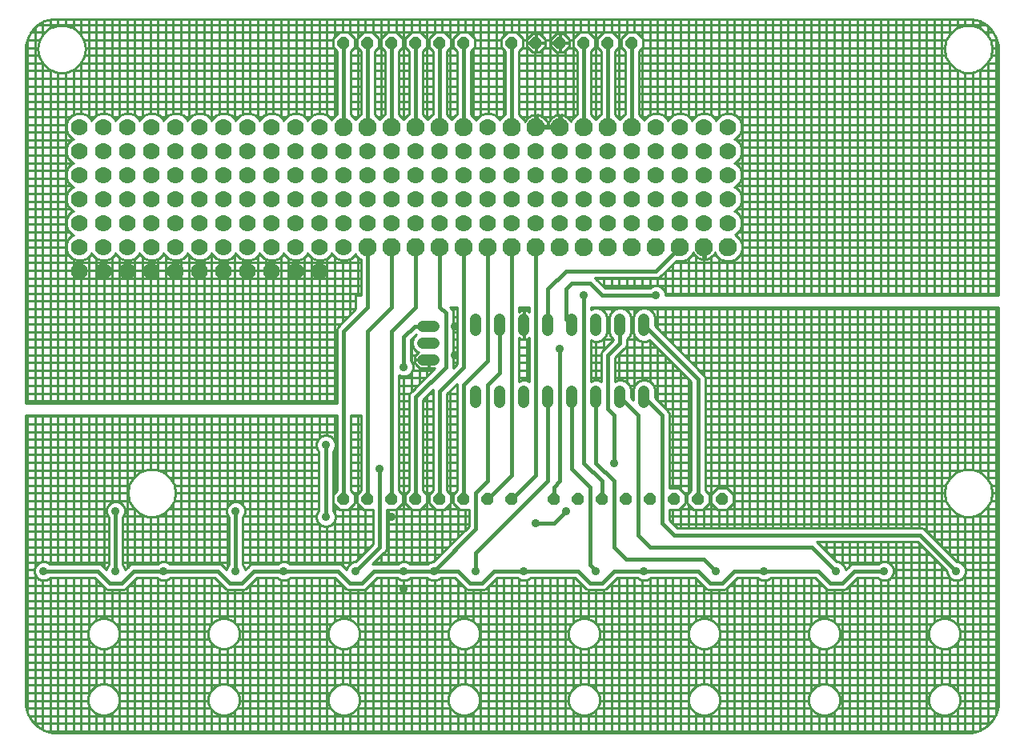
<source format=gbl>
G75*
G70*
%OFA0B0*%
%FSLAX24Y24*%
%IPPOS*%
%LPD*%
%AMOC8*
5,1,8,0,0,1.08239X$1,22.5*
%
%ADD10OC8,0.0500*%
%ADD11C,0.0480*%
%ADD12C,0.0460*%
%ADD13C,0.0760*%
%ADD14C,0.0100*%
%ADD15C,0.0357*%
%ADD16C,0.0160*%
%ADD17C,0.0700*%
D10*
X013920Y010970D03*
X014920Y010970D03*
X015920Y010970D03*
X016920Y010970D03*
X017920Y010970D03*
X018920Y010970D03*
X019920Y010970D03*
X020920Y010970D03*
X022670Y010970D03*
X023670Y010970D03*
X024670Y010970D03*
X025670Y010970D03*
X026670Y010970D03*
X027670Y010970D03*
X028670Y010970D03*
X029670Y010970D03*
X025920Y029970D03*
X024920Y029970D03*
X023920Y029970D03*
X022920Y029970D03*
X021920Y029970D03*
X020920Y029970D03*
X018920Y029970D03*
X017920Y029970D03*
X016920Y029970D03*
X015920Y029970D03*
X014920Y029970D03*
X013920Y029970D03*
D11*
X019420Y018460D02*
X019420Y017980D01*
X020420Y017980D02*
X020420Y018460D01*
X021420Y018460D02*
X021420Y017980D01*
X022420Y017980D02*
X022420Y018460D01*
X023420Y018460D02*
X023420Y017980D01*
X024420Y017980D02*
X024420Y018460D01*
X025420Y018460D02*
X025420Y017980D01*
X026420Y017980D02*
X026420Y018460D01*
X026420Y015460D02*
X026420Y014980D01*
X025420Y014980D02*
X025420Y015460D01*
X024420Y015460D02*
X024420Y014980D01*
X023420Y014980D02*
X023420Y015460D01*
X022420Y015460D02*
X022420Y014980D01*
X021420Y014980D02*
X021420Y015460D01*
X020420Y015460D02*
X020420Y014980D01*
X019420Y014980D02*
X019420Y015460D01*
D12*
X017681Y016770D02*
X017221Y016770D01*
X017221Y017470D02*
X017681Y017470D01*
X017681Y018170D02*
X017221Y018170D01*
D13*
X016920Y021470D03*
X015920Y021470D03*
X014920Y021470D03*
X017920Y021470D03*
X018920Y021470D03*
X019920Y021470D03*
X020920Y021470D03*
X021920Y021470D03*
X022920Y021470D03*
X023920Y021470D03*
X024920Y021470D03*
X025920Y021470D03*
X026920Y021470D03*
X027920Y021470D03*
X028920Y021470D03*
X029920Y021470D03*
X025920Y026470D03*
X024920Y026470D03*
X023920Y026470D03*
X022920Y026470D03*
X021920Y026470D03*
X020920Y026470D03*
X018920Y026470D03*
X017920Y026470D03*
X016920Y026470D03*
X015920Y026470D03*
X014920Y026470D03*
X013920Y026470D03*
D14*
X001159Y001478D02*
X001442Y001315D01*
X001442Y001315D01*
X001757Y001231D01*
X001920Y001220D01*
X039920Y001220D01*
X040083Y001231D01*
X040398Y001315D01*
X040681Y001478D01*
X040912Y001709D01*
X041075Y001992D01*
X041159Y002307D01*
X041170Y002470D01*
X041170Y018970D01*
X024210Y018970D01*
X024210Y018860D01*
X024330Y018910D01*
X024510Y018910D01*
X024675Y018841D01*
X024801Y018715D01*
X024870Y018550D01*
X024870Y017890D01*
X024801Y017725D01*
X024675Y017599D01*
X024510Y017530D01*
X024330Y017530D01*
X024210Y017580D01*
X024210Y015860D01*
X024330Y015910D01*
X024510Y015910D01*
X024630Y015860D01*
X024630Y017028D01*
X024674Y017134D01*
X025130Y017590D01*
X025130Y017634D01*
X025039Y017725D01*
X024970Y017890D01*
X024970Y018550D01*
X025039Y018715D01*
X025165Y018841D01*
X025330Y018910D01*
X025510Y018910D01*
X025675Y018841D01*
X025801Y018715D01*
X025870Y018550D01*
X025870Y017890D01*
X025801Y017725D01*
X025710Y017634D01*
X025710Y017412D01*
X025666Y017306D01*
X025584Y017224D01*
X025210Y016850D01*
X025210Y015860D01*
X025330Y015910D01*
X025510Y015910D01*
X025675Y015841D01*
X025801Y015715D01*
X025870Y015550D01*
X025870Y015180D01*
X025970Y015080D01*
X025970Y015550D01*
X026039Y015715D01*
X026165Y015841D01*
X026330Y015910D01*
X026510Y015910D01*
X026675Y015841D01*
X026801Y015715D01*
X026870Y015550D01*
X026870Y015180D01*
X027334Y014716D01*
X027416Y014634D01*
X027460Y014528D01*
X027460Y011411D01*
X027479Y011430D01*
X027861Y011430D01*
X028130Y011161D01*
X028130Y010779D01*
X027861Y010510D01*
X027479Y010510D01*
X027460Y010529D01*
X027460Y010090D01*
X027790Y009760D01*
X037978Y009760D01*
X038084Y009716D01*
X039441Y008359D01*
X039497Y008359D01*
X039640Y008300D01*
X039750Y008190D01*
X039809Y008047D01*
X039809Y007893D01*
X039750Y007750D01*
X039640Y007640D01*
X039497Y007581D01*
X039343Y007581D01*
X039200Y007640D01*
X039090Y007750D01*
X039031Y007893D01*
X039031Y007949D01*
X037800Y009180D01*
X033620Y009180D01*
X034441Y008359D01*
X034497Y008359D01*
X034640Y008300D01*
X034750Y008190D01*
X034809Y008047D01*
X034809Y008019D01*
X034924Y008134D01*
X034924Y008134D01*
X035006Y008216D01*
X035112Y008260D01*
X036160Y008260D01*
X036200Y008300D01*
X036343Y008359D01*
X036497Y008359D01*
X036640Y008300D01*
X036750Y008190D01*
X036809Y008047D01*
X036809Y007893D01*
X036750Y007750D01*
X036640Y007640D01*
X036497Y007581D01*
X036343Y007581D01*
X036200Y007640D01*
X036160Y007680D01*
X035290Y007680D01*
X034916Y007306D01*
X034916Y007306D01*
X034834Y007224D01*
X034728Y007180D01*
X034112Y007180D01*
X034006Y007224D01*
X033550Y007680D01*
X031680Y007680D01*
X031640Y007640D01*
X031497Y007581D01*
X031343Y007581D01*
X031200Y007640D01*
X031160Y007680D01*
X030290Y007680D01*
X029916Y007306D01*
X029916Y007306D01*
X029834Y007224D01*
X029728Y007180D01*
X029112Y007180D01*
X029006Y007224D01*
X028550Y007680D01*
X026680Y007680D01*
X026640Y007640D01*
X026497Y007581D01*
X026343Y007581D01*
X026200Y007640D01*
X026160Y007680D01*
X025290Y007680D01*
X024834Y007224D01*
X024728Y007180D01*
X024112Y007180D01*
X024006Y007224D01*
X023924Y007306D01*
X023550Y007680D01*
X021680Y007680D01*
X021640Y007640D01*
X021497Y007581D01*
X021343Y007581D01*
X021200Y007640D01*
X021160Y007680D01*
X020290Y007680D01*
X019834Y007224D01*
X019728Y007180D01*
X019112Y007180D01*
X019006Y007224D01*
X018924Y007306D01*
X018550Y007680D01*
X017930Y007680D01*
X017890Y007640D01*
X017747Y007581D01*
X017593Y007581D01*
X017450Y007640D01*
X017410Y007680D01*
X016680Y007680D01*
X016640Y007640D01*
X016497Y007581D01*
X016343Y007581D01*
X016200Y007640D01*
X016160Y007680D01*
X015290Y007680D01*
X014834Y007224D01*
X014728Y007180D01*
X014112Y007180D01*
X014006Y007224D01*
X013924Y007306D01*
X013550Y007680D01*
X011680Y007680D01*
X011640Y007640D01*
X011497Y007581D01*
X011343Y007581D01*
X011200Y007640D01*
X011160Y007680D01*
X010290Y007680D01*
X009834Y007224D01*
X009728Y007180D01*
X009112Y007180D01*
X009006Y007224D01*
X008924Y007306D01*
X008550Y007680D01*
X006680Y007680D01*
X006640Y007640D01*
X006497Y007581D01*
X006343Y007581D01*
X006200Y007640D01*
X006160Y007680D01*
X005290Y007680D01*
X004834Y007224D01*
X004728Y007180D01*
X004112Y007180D01*
X004006Y007224D01*
X003550Y007680D01*
X001680Y007680D01*
X001640Y007640D01*
X001497Y007581D01*
X001343Y007581D01*
X001200Y007640D01*
X001090Y007750D01*
X001031Y007893D01*
X001031Y008047D01*
X001090Y008190D01*
X001200Y008300D01*
X001343Y008359D01*
X001497Y008359D01*
X001640Y008300D01*
X001680Y008260D01*
X003728Y008260D01*
X003834Y008216D01*
X004031Y008019D01*
X004031Y008047D01*
X004090Y008190D01*
X004130Y008230D01*
X004130Y010210D01*
X004090Y010250D01*
X000670Y010250D01*
X000670Y009930D02*
X004130Y009930D01*
X004130Y009610D02*
X000670Y009610D01*
X000670Y009290D02*
X004130Y009290D01*
X004130Y008970D02*
X000670Y008970D01*
X000670Y008650D02*
X004130Y008650D01*
X004130Y008330D02*
X001567Y008330D01*
X001700Y008260D02*
X001700Y014470D01*
X002020Y014470D02*
X002020Y008260D01*
X002340Y008260D02*
X002340Y014470D01*
X002660Y014470D02*
X002660Y008260D01*
X002980Y008260D02*
X002980Y014470D01*
X003300Y014470D02*
X003300Y008260D01*
X003620Y008260D02*
X003620Y014470D01*
X003940Y014470D02*
X003940Y008110D01*
X003620Y007610D02*
X003620Y005926D01*
X003555Y005900D02*
X003374Y005718D01*
X003276Y005482D01*
X003276Y005226D01*
X003374Y004989D01*
X003555Y004808D01*
X003792Y004710D01*
X004048Y004710D01*
X004285Y004808D01*
X004466Y004989D01*
X004564Y005226D01*
X004564Y005482D01*
X004466Y005718D01*
X004285Y005900D01*
X004048Y005998D01*
X003792Y005998D01*
X003555Y005900D01*
X003426Y005770D02*
X000670Y005770D01*
X000670Y005450D02*
X003276Y005450D01*
X003300Y005539D02*
X003300Y007680D01*
X002980Y007680D02*
X002980Y001220D01*
X003300Y001220D02*
X003300Y002413D01*
X003276Y002470D02*
X003374Y002233D01*
X003555Y002052D01*
X003792Y001954D01*
X004048Y001954D01*
X004285Y002052D01*
X004466Y002233D01*
X004564Y002470D01*
X004564Y002726D01*
X004466Y002963D01*
X004285Y003144D01*
X004048Y003242D01*
X003792Y003242D01*
X003555Y003144D01*
X003374Y002963D01*
X003276Y002726D01*
X003276Y002470D01*
X003276Y002570D02*
X000670Y002570D01*
X000670Y002470D02*
X000670Y014470D01*
X013630Y014470D01*
X013630Y011331D01*
X013460Y011161D01*
X013460Y010779D01*
X013729Y010510D01*
X014111Y010510D01*
X014380Y010779D01*
X014380Y011161D01*
X014210Y011331D01*
X014210Y014470D01*
X014630Y014470D01*
X014630Y011331D01*
X014460Y011161D01*
X014460Y010779D01*
X014729Y010510D01*
X015111Y010510D01*
X015130Y010529D01*
X015130Y009090D01*
X014399Y008359D01*
X014343Y008359D01*
X014200Y008300D01*
X014090Y008190D01*
X014031Y008047D01*
X014031Y008019D01*
X013834Y008216D01*
X013728Y008260D01*
X011680Y008260D01*
X011640Y008300D01*
X011497Y008359D01*
X011343Y008359D01*
X011200Y008300D01*
X011160Y008260D01*
X010112Y008260D01*
X010006Y008216D01*
X009924Y008134D01*
X009809Y008019D01*
X009809Y008047D01*
X009750Y008190D01*
X009710Y008230D01*
X009710Y010210D01*
X009750Y010250D01*
X012781Y010250D01*
X012781Y010297D02*
X012781Y010143D01*
X012840Y010000D01*
X012950Y009890D01*
X013093Y009831D01*
X013247Y009831D01*
X013390Y009890D01*
X013500Y010000D01*
X013559Y010143D01*
X013559Y010297D01*
X013500Y010440D01*
X013460Y010480D01*
X013460Y012960D01*
X013500Y013000D01*
X013559Y013143D01*
X013559Y013297D01*
X013500Y013440D01*
X013390Y013550D01*
X013247Y013609D01*
X013093Y013609D01*
X012950Y013550D01*
X012840Y013440D01*
X012781Y013297D01*
X012781Y013143D01*
X012840Y013000D01*
X012880Y012960D01*
X012880Y010480D01*
X012840Y010440D01*
X012781Y010297D01*
X012880Y010570D02*
X009799Y010570D01*
X009809Y010547D02*
X009750Y010690D01*
X009640Y010800D01*
X009497Y010859D01*
X009343Y010859D01*
X009200Y010800D01*
X009090Y010690D01*
X009031Y010547D01*
X009031Y010393D01*
X009090Y010250D01*
X006120Y010250D01*
X006093Y010240D02*
X006418Y010358D01*
X006682Y010580D01*
X006682Y010580D01*
X006682Y010580D01*
X006855Y010880D01*
X006915Y011220D01*
X006855Y011560D01*
X006855Y011560D01*
X006682Y011860D01*
X006418Y012082D01*
X006418Y012082D01*
X006093Y012200D01*
X005747Y012200D01*
X005422Y012082D01*
X005158Y011860D01*
X005158Y011860D01*
X004985Y011560D01*
X004925Y011220D01*
X004985Y010880D01*
X004985Y010880D01*
X005158Y010580D01*
X005422Y010358D01*
X005422Y010358D01*
X005747Y010240D01*
X005970Y010240D01*
X006093Y010240D01*
X006093Y010240D01*
X006180Y010272D02*
X006180Y008280D01*
X006200Y008300D02*
X006160Y008260D01*
X005112Y008260D01*
X005006Y008216D01*
X004924Y008134D01*
X004809Y008019D01*
X004809Y008047D01*
X004750Y008190D01*
X004710Y008230D01*
X004710Y010210D01*
X004750Y010250D01*
X005720Y010250D01*
X005860Y010240D02*
X005860Y008260D01*
X005540Y008260D02*
X005540Y010315D01*
X005220Y010528D02*
X005220Y008260D01*
X004924Y008134D02*
X004924Y008134D01*
X004900Y008110D02*
X004900Y014470D01*
X004580Y014470D02*
X004580Y010824D01*
X004640Y010800D02*
X004497Y010859D01*
X004343Y010859D01*
X004200Y010800D01*
X004090Y010690D01*
X004031Y010547D01*
X004031Y010393D01*
X004090Y010250D01*
X004041Y010570D02*
X000670Y010570D01*
X000670Y010890D02*
X004983Y010890D01*
X004750Y010690D02*
X004640Y010800D01*
X004750Y010690D02*
X004809Y010547D01*
X004809Y010393D01*
X004750Y010250D01*
X004710Y009930D02*
X009130Y009930D01*
X009130Y010210D02*
X009130Y008230D01*
X009090Y008190D01*
X009031Y008047D01*
X009031Y008019D01*
X008834Y008216D01*
X008728Y008260D01*
X006680Y008260D01*
X006640Y008300D01*
X006497Y008359D01*
X006343Y008359D01*
X006200Y008300D01*
X006273Y008330D02*
X004710Y008330D01*
X004710Y008650D02*
X009130Y008650D01*
X009130Y008330D02*
X006567Y008330D01*
X006500Y008358D02*
X006500Y010427D01*
X006418Y010358D02*
X006418Y010358D01*
X006670Y010570D02*
X009041Y010570D01*
X009060Y010617D02*
X009060Y014470D01*
X008740Y014470D02*
X008740Y008255D01*
X008420Y008260D02*
X008420Y014470D01*
X008100Y014470D02*
X008100Y008260D01*
X007780Y008260D02*
X007780Y014470D01*
X007460Y014470D02*
X007460Y008260D01*
X007140Y008260D02*
X007140Y014470D01*
X006820Y014470D02*
X006820Y011621D01*
X006860Y011530D02*
X012880Y011530D01*
X012880Y011210D02*
X006913Y011210D01*
X006915Y011220D02*
X006915Y011220D01*
X006857Y010890D02*
X012880Y010890D01*
X013460Y010890D02*
X013460Y010890D01*
X013540Y010699D02*
X013540Y010343D01*
X013559Y010250D02*
X015130Y010250D01*
X015130Y009930D02*
X013430Y009930D01*
X013540Y010097D02*
X013540Y008260D01*
X013220Y008260D02*
X013220Y009831D01*
X012910Y009930D02*
X009710Y009930D01*
X009710Y009610D02*
X015130Y009610D01*
X015130Y009290D02*
X009710Y009290D01*
X009710Y008970D02*
X015010Y008970D01*
X014820Y008780D02*
X014820Y010510D01*
X014669Y010570D02*
X014171Y010570D01*
X014180Y010579D02*
X014180Y008280D01*
X014273Y008330D02*
X011567Y008330D01*
X011620Y008308D02*
X011620Y014470D01*
X011300Y014470D02*
X011300Y008341D01*
X011273Y008330D02*
X009710Y008330D01*
X009710Y008650D02*
X014690Y008650D01*
X014500Y008460D02*
X014500Y010739D01*
X014460Y010890D02*
X014380Y010890D01*
X014331Y011210D02*
X014509Y011210D01*
X014500Y011201D02*
X014500Y014470D01*
X014630Y014410D02*
X014210Y014410D01*
X014210Y014090D02*
X014630Y014090D01*
X014630Y013770D02*
X014210Y013770D01*
X014210Y013450D02*
X014630Y013450D01*
X014630Y013130D02*
X014210Y013130D01*
X014210Y012810D02*
X014630Y012810D01*
X014630Y012490D02*
X014210Y012490D01*
X014210Y012170D02*
X014630Y012170D01*
X014630Y011850D02*
X014210Y011850D01*
X014210Y011530D02*
X014630Y011530D01*
X013630Y011530D02*
X013460Y011530D01*
X013540Y011241D02*
X013540Y013097D01*
X013553Y013130D02*
X013630Y013130D01*
X013540Y013343D02*
X013540Y014470D01*
X013630Y014410D02*
X000670Y014410D01*
X000740Y014470D02*
X000740Y002086D01*
X000765Y001992D02*
X000681Y002307D01*
X000670Y002470D01*
X000696Y002250D02*
X003367Y002250D01*
X003620Y002025D02*
X003620Y001220D01*
X003940Y001220D02*
X003940Y001954D01*
X004260Y002042D02*
X004260Y001220D01*
X004580Y001220D02*
X004580Y007180D01*
X004260Y007180D02*
X004260Y005910D01*
X004414Y005770D02*
X008426Y005770D01*
X008420Y005764D02*
X008420Y007680D01*
X008100Y007680D02*
X008100Y001220D01*
X007780Y001220D02*
X007780Y007680D01*
X007460Y007680D02*
X007460Y001220D01*
X007140Y001220D02*
X007140Y007680D01*
X006820Y007680D02*
X006820Y001220D01*
X006500Y001220D02*
X006500Y007582D01*
X006180Y007660D02*
X006180Y001220D01*
X005860Y001220D02*
X005860Y007680D01*
X005540Y007680D02*
X005540Y001220D01*
X005220Y001220D02*
X005220Y007610D01*
X004980Y007370D02*
X008860Y007370D01*
X008740Y007490D02*
X008740Y005976D01*
X008792Y005998D02*
X008555Y005900D01*
X008374Y005718D01*
X008276Y005482D01*
X008276Y005226D01*
X008374Y004989D01*
X008555Y004808D01*
X008792Y004710D01*
X009048Y004710D01*
X009285Y004808D01*
X009466Y004989D01*
X009564Y005226D01*
X009564Y005482D01*
X009466Y005718D01*
X009285Y005900D01*
X009048Y005998D01*
X008792Y005998D01*
X009060Y005993D02*
X009060Y007202D01*
X009380Y007180D02*
X009380Y005804D01*
X009414Y005770D02*
X013426Y005770D01*
X013374Y005718D02*
X013276Y005482D01*
X013276Y005226D01*
X013374Y004989D01*
X013555Y004808D01*
X013792Y004710D01*
X014048Y004710D01*
X014285Y004808D01*
X014466Y004989D01*
X014564Y005226D01*
X014564Y005482D01*
X014466Y005718D01*
X014285Y005900D01*
X014048Y005998D01*
X013792Y005998D01*
X013555Y005900D01*
X013374Y005718D01*
X013540Y005884D02*
X013540Y007680D01*
X013220Y007680D02*
X013220Y001220D01*
X012900Y001220D02*
X012900Y007680D01*
X012580Y007680D02*
X012580Y001220D01*
X012260Y001220D02*
X012260Y007680D01*
X011940Y007680D02*
X011940Y001220D01*
X011620Y001220D02*
X011620Y007632D01*
X011300Y007599D02*
X011300Y001220D01*
X010980Y001220D02*
X010980Y007680D01*
X010660Y007680D02*
X010660Y001220D01*
X010340Y001220D02*
X010340Y007680D01*
X010020Y007410D02*
X010020Y001220D01*
X009700Y001220D02*
X009700Y007180D01*
X009980Y007370D02*
X013860Y007370D01*
X013860Y005998D01*
X014180Y005943D02*
X014180Y007180D01*
X014500Y007180D02*
X014500Y005636D01*
X014414Y005770D02*
X018426Y005770D01*
X018374Y005718D02*
X018276Y005482D01*
X018276Y005226D01*
X018374Y004989D01*
X018555Y004808D01*
X018792Y004710D01*
X019048Y004710D01*
X019285Y004808D01*
X019466Y004989D01*
X019564Y005226D01*
X019564Y005482D01*
X019466Y005718D01*
X019285Y005900D01*
X019048Y005998D01*
X018792Y005998D01*
X018555Y005900D01*
X018374Y005718D01*
X018340Y005636D02*
X018340Y007680D01*
X018020Y007680D02*
X018020Y001220D01*
X018340Y001220D02*
X018340Y002316D01*
X018367Y002250D02*
X014473Y002250D01*
X014466Y002233D02*
X014564Y002470D01*
X014564Y002726D01*
X014466Y002963D01*
X014285Y003144D01*
X014048Y003242D01*
X013792Y003242D01*
X013555Y003144D01*
X013374Y002963D01*
X013276Y002726D01*
X013276Y002470D01*
X013374Y002233D01*
X013555Y002052D01*
X013792Y001954D01*
X014048Y001954D01*
X014285Y002052D01*
X014466Y002233D01*
X014500Y002316D02*
X014500Y001220D01*
X014180Y001220D02*
X014180Y002009D01*
X013860Y001954D02*
X013860Y001220D01*
X013540Y001220D02*
X013540Y002068D01*
X013367Y002250D02*
X009473Y002250D01*
X009466Y002233D02*
X009564Y002470D01*
X009564Y002726D01*
X009466Y002963D01*
X009285Y003144D01*
X009048Y003242D01*
X008792Y003242D01*
X008555Y003144D01*
X008374Y002963D01*
X008276Y002726D01*
X008276Y002470D01*
X008374Y002233D01*
X008555Y002052D01*
X008792Y001954D01*
X009048Y001954D01*
X009285Y002052D01*
X009466Y002233D01*
X009380Y002148D02*
X009380Y001220D01*
X009060Y001220D02*
X009060Y001959D01*
X008740Y001976D02*
X008740Y001220D01*
X008420Y001220D02*
X008420Y002188D01*
X008367Y002250D02*
X004473Y002250D01*
X004564Y002570D02*
X008276Y002570D01*
X008344Y002890D02*
X004496Y002890D01*
X004260Y003154D02*
X004260Y004798D01*
X004286Y004810D02*
X008554Y004810D01*
X008420Y004944D02*
X008420Y003008D01*
X008716Y003210D02*
X004124Y003210D01*
X003940Y003242D02*
X003940Y004710D01*
X003620Y004781D02*
X003620Y003170D01*
X003716Y003210D02*
X000670Y003210D01*
X000670Y002890D02*
X003344Y002890D01*
X003300Y002783D02*
X003300Y005169D01*
X003316Y005130D02*
X000670Y005130D01*
X000670Y004810D02*
X003554Y004810D01*
X004524Y005130D02*
X008316Y005130D01*
X008276Y005450D02*
X004564Y005450D01*
X003940Y005998D02*
X003940Y007290D01*
X003860Y007370D02*
X000670Y007370D01*
X000670Y007050D02*
X041170Y007050D01*
X041170Y006730D02*
X000670Y006730D01*
X000670Y006410D02*
X041170Y006410D01*
X041170Y006090D02*
X000670Y006090D01*
X000670Y004490D02*
X041170Y004490D01*
X041170Y004170D02*
X000670Y004170D01*
X000670Y003850D02*
X041170Y003850D01*
X041170Y003530D02*
X000670Y003530D01*
X000765Y001992D02*
X000928Y001709D01*
X001159Y001478D01*
X001060Y001577D02*
X001060Y007823D01*
X001150Y007690D02*
X000670Y007690D01*
X000670Y008010D02*
X001031Y008010D01*
X001060Y008117D02*
X001060Y014470D01*
X001380Y014470D02*
X001380Y008359D01*
X001273Y008330D02*
X000670Y008330D01*
X001380Y007581D02*
X001380Y001351D01*
X001535Y001290D02*
X040304Y001290D01*
X040420Y001328D02*
X040420Y010360D01*
X040418Y010358D02*
X040682Y010580D01*
X040682Y010580D01*
X040682Y010580D01*
X040855Y010880D01*
X040915Y011220D01*
X040855Y011560D01*
X040855Y011560D01*
X040682Y011860D01*
X040418Y012082D01*
X040418Y012082D01*
X040093Y012200D01*
X039870Y012200D01*
X039747Y012200D01*
X039422Y012082D01*
X039158Y011860D01*
X039158Y011860D01*
X038985Y011560D01*
X038925Y011220D01*
X038985Y010880D01*
X038985Y010880D01*
X039158Y010580D01*
X039422Y010358D01*
X039422Y010358D01*
X039747Y010240D01*
X040093Y010240D01*
X040418Y010358D01*
X040418Y010358D01*
X040120Y010250D02*
X041170Y010250D01*
X041170Y010570D02*
X040670Y010570D01*
X040740Y010680D02*
X040740Y001537D01*
X040813Y001610D02*
X001027Y001610D01*
X000801Y001930D02*
X041039Y001930D01*
X041060Y001966D02*
X041060Y018970D01*
X041170Y018890D02*
X026558Y018890D01*
X026510Y018910D02*
X026330Y018910D01*
X026165Y018841D01*
X026039Y018715D01*
X025970Y018550D01*
X025970Y017890D01*
X026039Y017725D01*
X026165Y017599D01*
X026330Y017530D01*
X026510Y017530D01*
X026644Y017586D01*
X028380Y015850D01*
X028380Y011331D01*
X028210Y011161D01*
X028210Y010779D01*
X028479Y010510D01*
X028861Y010510D01*
X029130Y010779D01*
X029130Y011161D01*
X028960Y011331D01*
X028960Y016028D01*
X028916Y016134D01*
X026870Y018180D01*
X026870Y018550D01*
X026801Y018715D01*
X026675Y018841D01*
X026510Y018910D01*
X026660Y018970D02*
X026660Y018848D01*
X026340Y018910D02*
X026340Y018970D01*
X026282Y018890D02*
X025558Y018890D01*
X025700Y018816D02*
X025700Y018970D01*
X026020Y018970D02*
X026020Y018670D01*
X025978Y018570D02*
X025862Y018570D01*
X025870Y018250D02*
X025970Y018250D01*
X025970Y017930D02*
X025870Y017930D01*
X026020Y017770D02*
X026020Y015670D01*
X026028Y015690D02*
X025812Y015690D01*
X025700Y015816D02*
X025700Y017388D01*
X025650Y017290D02*
X026940Y017290D01*
X026980Y017250D02*
X026980Y015070D01*
X027000Y015050D02*
X028380Y015050D01*
X028380Y014730D02*
X027320Y014730D01*
X027300Y014750D02*
X027300Y016930D01*
X027260Y016970D02*
X025330Y016970D01*
X025380Y017020D02*
X025380Y015910D01*
X025210Y016010D02*
X028220Y016010D01*
X028260Y015970D02*
X028260Y011211D01*
X028259Y011210D02*
X028081Y011210D01*
X027940Y011351D02*
X027940Y016290D01*
X027900Y016330D02*
X025210Y016330D01*
X025210Y016650D02*
X027580Y016650D01*
X027620Y016610D02*
X027620Y011430D01*
X027460Y011530D02*
X028380Y011530D01*
X028380Y011850D02*
X027460Y011850D01*
X027460Y012170D02*
X028380Y012170D01*
X028380Y012490D02*
X027460Y012490D01*
X027460Y012810D02*
X028380Y012810D01*
X028380Y013130D02*
X027460Y013130D01*
X027460Y013450D02*
X028380Y013450D01*
X028380Y013770D02*
X027460Y013770D01*
X027460Y014090D02*
X028380Y014090D01*
X028380Y014410D02*
X027460Y014410D01*
X026870Y015370D02*
X028380Y015370D01*
X028380Y015690D02*
X026812Y015690D01*
X026660Y015848D02*
X026660Y017570D01*
X026340Y017530D02*
X026340Y015910D01*
X025970Y015370D02*
X025870Y015370D01*
X024630Y016010D02*
X024210Y016010D01*
X024420Y015910D02*
X024420Y017530D01*
X024686Y017610D02*
X025130Y017610D01*
X025060Y017520D02*
X025060Y017704D01*
X024970Y017930D02*
X024870Y017930D01*
X024740Y017664D02*
X024740Y017200D01*
X024830Y017290D02*
X024210Y017290D01*
X024210Y016970D02*
X024630Y016970D01*
X024630Y016650D02*
X024210Y016650D01*
X024210Y016330D02*
X024630Y016330D01*
X025710Y017610D02*
X026154Y017610D01*
X026980Y018070D02*
X026980Y018970D01*
X027300Y018970D02*
X027300Y017750D01*
X027440Y017610D02*
X041170Y017610D01*
X041170Y017290D02*
X027760Y017290D01*
X027620Y017430D02*
X027620Y018970D01*
X027940Y018970D02*
X027940Y017110D01*
X028080Y016970D02*
X041170Y016970D01*
X041170Y016650D02*
X028400Y016650D01*
X028260Y016790D02*
X028260Y018970D01*
X028580Y018970D02*
X028580Y016470D01*
X028720Y016330D02*
X041170Y016330D01*
X041170Y016010D02*
X028960Y016010D01*
X028900Y016150D02*
X028900Y018970D01*
X029220Y018970D02*
X029220Y011171D01*
X029210Y011161D02*
X029210Y010779D01*
X029479Y010510D01*
X029861Y010510D01*
X030130Y010779D01*
X030130Y011161D01*
X029861Y011430D01*
X029479Y011430D01*
X029210Y011161D01*
X029259Y011210D02*
X029081Y011210D01*
X029130Y010890D02*
X029210Y010890D01*
X029220Y010769D02*
X029220Y009760D01*
X028900Y009760D02*
X028900Y010549D01*
X028921Y010570D02*
X029419Y010570D01*
X029540Y010510D02*
X029540Y009760D01*
X029860Y009760D02*
X029860Y010510D01*
X029921Y010570D02*
X039170Y010570D01*
X039158Y010580D02*
X039158Y010580D01*
X039140Y010611D02*
X039140Y008660D01*
X039150Y008650D02*
X041170Y008650D01*
X041170Y008330D02*
X039567Y008330D01*
X039460Y008359D02*
X039460Y010345D01*
X039720Y010250D02*
X027460Y010250D01*
X027620Y010510D02*
X027620Y009930D01*
X041170Y009930D01*
X041170Y009610D02*
X038190Y009610D01*
X038180Y009620D02*
X038180Y018970D01*
X037860Y018970D02*
X037860Y009760D01*
X037540Y009760D02*
X037540Y018970D01*
X037220Y018970D02*
X037220Y009760D01*
X036900Y009760D02*
X036900Y018970D01*
X036580Y018970D02*
X036580Y009760D01*
X036260Y009760D02*
X036260Y018970D01*
X035940Y018970D02*
X035940Y009760D01*
X035620Y009760D02*
X035620Y018970D01*
X035300Y018970D02*
X035300Y009760D01*
X034980Y009760D02*
X034980Y018970D01*
X034660Y018970D02*
X034660Y009760D01*
X034340Y009760D02*
X034340Y018970D01*
X034020Y018970D02*
X034020Y009760D01*
X033700Y009760D02*
X033700Y018970D01*
X033380Y018970D02*
X033380Y009760D01*
X033060Y009760D02*
X033060Y018970D01*
X032740Y018970D02*
X032740Y009760D01*
X032420Y009760D02*
X032420Y018970D01*
X032100Y018970D02*
X032100Y009760D01*
X031780Y009760D02*
X031780Y018970D01*
X031460Y018970D02*
X031460Y009760D01*
X031140Y009760D02*
X031140Y018970D01*
X030820Y018970D02*
X030820Y009760D01*
X030500Y009760D02*
X030500Y018970D01*
X030180Y018970D02*
X030180Y009760D01*
X030130Y010890D02*
X038983Y010890D01*
X038927Y011210D02*
X030081Y011210D01*
X029860Y011430D02*
X029860Y018970D01*
X029540Y018970D02*
X029540Y011430D01*
X028960Y011530D02*
X038980Y011530D01*
X038985Y011560D02*
X038985Y011560D01*
X039140Y011829D02*
X039140Y018970D01*
X038820Y018970D02*
X038820Y008980D01*
X038830Y008970D02*
X041170Y008970D01*
X041170Y009290D02*
X038510Y009290D01*
X038500Y009300D02*
X038500Y018970D01*
X038500Y019470D02*
X038500Y030970D01*
X038820Y030970D02*
X038820Y019470D01*
X039140Y019470D02*
X039140Y029111D01*
X039129Y029130D02*
X026210Y029130D01*
X026210Y028810D02*
X039555Y028810D01*
X039460Y028845D02*
X039460Y019470D01*
X039780Y019470D02*
X039780Y028740D01*
X039747Y028740D02*
X039970Y028740D01*
X040093Y028740D01*
X040418Y028858D01*
X040682Y029080D01*
X040682Y029080D01*
X040682Y029080D01*
X040855Y029380D01*
X040915Y029720D01*
X040855Y030060D01*
X040855Y030060D01*
X040682Y030360D01*
X040418Y030582D01*
X040418Y030582D01*
X040093Y030700D01*
X039747Y030700D01*
X039422Y030582D01*
X039158Y030360D01*
X039158Y030360D01*
X038985Y030060D01*
X038925Y029720D01*
X038985Y029380D01*
X038985Y029380D01*
X039158Y029080D01*
X039422Y028858D01*
X039422Y028858D01*
X039747Y028740D01*
X040093Y028740D02*
X040093Y028740D01*
X040100Y028743D02*
X040100Y019470D01*
X040420Y019470D02*
X040420Y028860D01*
X040418Y028858D02*
X040418Y028858D01*
X040285Y028810D02*
X041170Y028810D01*
X041170Y028490D02*
X026210Y028490D01*
X026210Y028170D02*
X041170Y028170D01*
X041170Y027850D02*
X026210Y027850D01*
X026210Y027530D02*
X041170Y027530D01*
X041170Y027210D02*
X026210Y027210D01*
X026210Y026988D02*
X026210Y029609D01*
X026380Y029779D01*
X026380Y030161D01*
X026111Y030430D01*
X025729Y030430D01*
X025460Y030161D01*
X025460Y029779D01*
X025630Y029609D01*
X025630Y026988D01*
X025586Y026970D01*
X025420Y026804D01*
X025254Y026970D01*
X025210Y026988D01*
X025210Y029609D01*
X025380Y029779D01*
X025380Y030161D01*
X025111Y030430D01*
X024729Y030430D01*
X024460Y030161D01*
X024460Y029779D01*
X024630Y029609D01*
X024630Y026988D01*
X024586Y026970D01*
X024420Y026804D01*
X024254Y026970D01*
X024210Y026988D01*
X024210Y029609D01*
X024380Y029779D01*
X024380Y030161D01*
X024111Y030430D01*
X023729Y030430D01*
X023460Y030161D01*
X023460Y030970D01*
X023780Y030970D02*
X023780Y030430D01*
X023709Y030410D02*
X021131Y030410D01*
X021111Y030430D02*
X020729Y030430D01*
X020460Y030161D01*
X020460Y029779D01*
X020630Y029609D01*
X020630Y026988D01*
X020586Y026970D01*
X020420Y026804D01*
X020404Y026765D01*
X020395Y026787D01*
X020237Y026945D01*
X020031Y027030D01*
X019809Y027030D01*
X019603Y026945D01*
X019445Y026787D01*
X019436Y026765D01*
X019420Y026804D01*
X019254Y026970D01*
X019210Y026988D01*
X019210Y029609D01*
X019380Y029779D01*
X019380Y030161D01*
X019111Y030430D01*
X018729Y030430D01*
X018460Y030161D01*
X018460Y029779D01*
X018630Y029609D01*
X018630Y026988D01*
X018586Y026970D01*
X018420Y026804D01*
X018254Y026970D01*
X018210Y026988D01*
X018210Y029609D01*
X018380Y029779D01*
X018380Y030161D01*
X018111Y030430D01*
X017729Y030430D01*
X017460Y030161D01*
X017460Y029779D01*
X017630Y029609D01*
X017630Y026988D01*
X017586Y026970D01*
X017420Y026804D01*
X017254Y026970D01*
X017210Y026988D01*
X017210Y029609D01*
X017380Y029779D01*
X017380Y030161D01*
X017111Y030430D01*
X016729Y030430D01*
X016460Y030161D01*
X016460Y029779D01*
X016630Y029609D01*
X016630Y026988D01*
X016586Y026970D01*
X016420Y026804D01*
X016254Y026970D01*
X016210Y026988D01*
X016210Y029609D01*
X016380Y029779D01*
X016380Y030161D01*
X016111Y030430D01*
X015729Y030430D01*
X015460Y030161D01*
X015460Y030970D01*
X015140Y030970D02*
X015140Y030401D01*
X015131Y030410D02*
X015709Y030410D01*
X015780Y030430D02*
X015780Y030970D01*
X016100Y030970D02*
X016100Y030430D01*
X016131Y030410D02*
X016709Y030410D01*
X016740Y030430D02*
X016740Y030970D01*
X017060Y030970D02*
X017060Y030430D01*
X017131Y030410D02*
X017709Y030410D01*
X017700Y030401D02*
X017700Y030970D01*
X017380Y030970D02*
X017380Y026844D01*
X017334Y026890D02*
X017506Y026890D01*
X017630Y027210D02*
X017210Y027210D01*
X017210Y027530D02*
X017630Y027530D01*
X017630Y027850D02*
X017210Y027850D01*
X017210Y028170D02*
X017630Y028170D01*
X017630Y028490D02*
X017210Y028490D01*
X017210Y028810D02*
X017630Y028810D01*
X017630Y029130D02*
X017210Y029130D01*
X017210Y029450D02*
X017630Y029450D01*
X017469Y029770D02*
X017371Y029770D01*
X017380Y030090D02*
X017460Y030090D01*
X018020Y030430D02*
X018020Y030970D01*
X018340Y030970D02*
X018340Y030201D01*
X018380Y030090D02*
X018460Y030090D01*
X018469Y029770D02*
X018371Y029770D01*
X018340Y029739D02*
X018340Y026884D01*
X018334Y026890D02*
X018506Y026890D01*
X018630Y027210D02*
X018210Y027210D01*
X018210Y027530D02*
X018630Y027530D01*
X018630Y027850D02*
X018210Y027850D01*
X018210Y028170D02*
X018630Y028170D01*
X018630Y028490D02*
X018210Y028490D01*
X018210Y028810D02*
X018630Y028810D01*
X018630Y029130D02*
X018210Y029130D01*
X018210Y029450D02*
X018630Y029450D01*
X019210Y029450D02*
X020630Y029450D01*
X020580Y029659D02*
X020580Y026964D01*
X020506Y026890D02*
X020292Y026890D01*
X020260Y026922D02*
X020260Y030970D01*
X019940Y030970D02*
X019940Y027030D01*
X019620Y026952D02*
X019620Y030970D01*
X019300Y030970D02*
X019300Y030241D01*
X019380Y030090D02*
X020460Y030090D01*
X020580Y030281D02*
X020580Y030970D01*
X020900Y030970D02*
X020900Y030430D01*
X020709Y030410D02*
X019131Y030410D01*
X018980Y030430D02*
X018980Y030970D01*
X018660Y030970D02*
X018660Y030361D01*
X018709Y030410D02*
X018131Y030410D01*
X019300Y029699D02*
X019300Y026924D01*
X019334Y026890D02*
X019548Y026890D01*
X019210Y027210D02*
X020630Y027210D01*
X020630Y027530D02*
X019210Y027530D01*
X019210Y027850D02*
X020630Y027850D01*
X020630Y028170D02*
X019210Y028170D01*
X019210Y028490D02*
X020630Y028490D01*
X020630Y028810D02*
X019210Y028810D01*
X019210Y029130D02*
X020630Y029130D01*
X021210Y029130D02*
X023630Y029130D01*
X023630Y028810D02*
X021210Y028810D01*
X021210Y028490D02*
X023630Y028490D01*
X023630Y028170D02*
X021210Y028170D01*
X021210Y027850D02*
X023630Y027850D01*
X023630Y027530D02*
X021210Y027530D01*
X021210Y027210D02*
X023630Y027210D01*
X023630Y026988D02*
X023586Y026970D01*
X023420Y026804D01*
X023376Y026698D01*
X023356Y026737D01*
X023309Y026802D01*
X023252Y026859D01*
X023187Y026906D01*
X023116Y026943D01*
X023039Y026967D01*
X022970Y026978D01*
X022970Y026520D01*
X022870Y026520D01*
X022870Y026978D01*
X022801Y026967D01*
X022724Y026943D01*
X022653Y026906D01*
X022588Y026859D01*
X022531Y026802D01*
X022484Y026737D01*
X022447Y026666D01*
X022423Y026589D01*
X022420Y026573D01*
X022417Y026589D01*
X022393Y026666D01*
X022356Y026737D01*
X022309Y026802D01*
X022252Y026859D01*
X022187Y026906D01*
X022116Y026943D01*
X022039Y026967D01*
X021970Y026978D01*
X021970Y026520D01*
X021870Y026520D01*
X021870Y026978D01*
X021801Y026967D01*
X021724Y026943D01*
X021653Y026906D01*
X021588Y026859D01*
X021531Y026802D01*
X021484Y026737D01*
X021464Y026698D01*
X021420Y026804D01*
X021254Y026970D01*
X021210Y026988D01*
X021210Y029609D01*
X021380Y029779D01*
X021380Y030161D01*
X021111Y030430D01*
X021220Y030321D02*
X021220Y030970D01*
X021540Y030970D02*
X021540Y030127D01*
X021540Y029999D01*
X021540Y029941D01*
X021540Y029813D01*
X021540Y026811D01*
X021630Y026890D02*
X021334Y026890D01*
X021220Y026984D02*
X021220Y029619D01*
X021210Y029450D02*
X023630Y029450D01*
X023630Y029609D02*
X023630Y026988D01*
X023506Y026890D02*
X023210Y026890D01*
X023140Y026930D02*
X023140Y029653D01*
X023077Y029590D02*
X023300Y029813D01*
X023300Y029941D01*
X022949Y029941D01*
X022949Y029999D01*
X022891Y029999D01*
X022891Y030350D01*
X022763Y030350D01*
X022540Y030127D01*
X022540Y029999D01*
X022891Y029999D01*
X022891Y029941D01*
X022540Y029941D01*
X022540Y029813D01*
X022763Y029590D01*
X022891Y029590D01*
X022891Y029941D01*
X022949Y029941D01*
X022949Y029590D01*
X023077Y029590D01*
X022949Y029770D02*
X022891Y029770D01*
X022820Y029941D02*
X022820Y029999D01*
X022891Y030090D02*
X022949Y030090D01*
X022949Y029999D02*
X022949Y030350D01*
X023077Y030350D01*
X023300Y030127D01*
X023300Y029999D01*
X022949Y029999D01*
X023140Y029999D02*
X023140Y029941D01*
X023257Y029770D02*
X023469Y029770D01*
X023460Y029779D02*
X023460Y026844D01*
X024210Y027210D02*
X024630Y027210D01*
X024630Y027530D02*
X024210Y027530D01*
X024210Y027850D02*
X024630Y027850D01*
X024630Y028170D02*
X024210Y028170D01*
X024210Y028490D02*
X024630Y028490D01*
X024630Y028810D02*
X024210Y028810D01*
X024210Y029130D02*
X024630Y029130D01*
X024630Y029450D02*
X024210Y029450D01*
X024371Y029770D02*
X024469Y029770D01*
X024460Y030090D02*
X024380Y030090D01*
X024131Y030410D02*
X024709Y030410D01*
X024740Y030430D02*
X024740Y030970D01*
X025060Y030970D02*
X025060Y030430D01*
X025131Y030410D02*
X025709Y030410D01*
X025700Y030401D02*
X025700Y030970D01*
X025380Y030970D02*
X025380Y026844D01*
X025334Y026890D02*
X025506Y026890D01*
X025630Y027210D02*
X025210Y027210D01*
X025210Y027530D02*
X025630Y027530D01*
X025630Y027850D02*
X025210Y027850D01*
X025210Y028170D02*
X025630Y028170D01*
X025630Y028490D02*
X025210Y028490D01*
X025210Y028810D02*
X025630Y028810D01*
X025630Y029130D02*
X025210Y029130D01*
X025210Y029450D02*
X025630Y029450D01*
X025469Y029770D02*
X025371Y029770D01*
X025380Y030090D02*
X025460Y030090D01*
X026020Y030430D02*
X026020Y030970D01*
X026340Y030970D02*
X026340Y030201D01*
X026380Y030090D02*
X039002Y030090D01*
X038985Y030060D02*
X038985Y030060D01*
X038934Y029770D02*
X026371Y029770D01*
X026340Y029739D02*
X026340Y026884D01*
X026334Y026890D02*
X026548Y026890D01*
X026603Y026945D02*
X026445Y026787D01*
X026436Y026765D01*
X026420Y026804D01*
X026254Y026970D01*
X026210Y026988D01*
X026603Y026945D02*
X026809Y027030D01*
X027031Y027030D01*
X027237Y026945D01*
X027395Y026787D01*
X027420Y026726D01*
X027445Y026787D01*
X027603Y026945D01*
X027809Y027030D01*
X028031Y027030D01*
X028237Y026945D01*
X028395Y026787D01*
X028420Y026726D01*
X028445Y026787D01*
X028603Y026945D01*
X028809Y027030D01*
X029031Y027030D01*
X029237Y026945D01*
X029395Y026787D01*
X029420Y026726D01*
X029445Y026787D01*
X029603Y026945D01*
X029809Y027030D01*
X030031Y027030D01*
X030237Y026945D01*
X030395Y026787D01*
X030480Y026581D01*
X030480Y026359D01*
X030395Y026153D01*
X030237Y025995D01*
X030176Y025970D01*
X030237Y025945D01*
X030395Y025787D01*
X030480Y025581D01*
X030480Y025359D01*
X030395Y025153D01*
X030237Y024995D01*
X030176Y024970D01*
X030237Y024945D01*
X030395Y024787D01*
X030480Y024581D01*
X030480Y024359D01*
X030395Y024153D01*
X030237Y023995D01*
X030176Y023970D01*
X030237Y023945D01*
X030395Y023787D01*
X030480Y023581D01*
X030480Y023359D01*
X030395Y023153D01*
X030237Y022995D01*
X030176Y022970D01*
X030237Y022945D01*
X030395Y022787D01*
X030480Y022581D01*
X030480Y022359D01*
X030395Y022153D01*
X030237Y021995D01*
X030215Y021986D01*
X030254Y021970D01*
X030420Y021804D01*
X030510Y021587D01*
X030510Y021353D01*
X030420Y021136D01*
X030254Y020970D01*
X030037Y020880D01*
X029803Y020880D01*
X029586Y020970D01*
X029420Y021136D01*
X029376Y021242D01*
X029356Y021203D01*
X029309Y021138D01*
X029252Y021081D01*
X029187Y021034D01*
X029116Y020997D01*
X029039Y020973D01*
X028970Y020962D01*
X028970Y021420D01*
X028870Y021420D01*
X028870Y020962D01*
X028801Y020973D01*
X028724Y020997D01*
X028653Y021034D01*
X028588Y021081D01*
X028531Y021138D01*
X028484Y021203D01*
X028464Y021242D01*
X028420Y021136D01*
X028254Y020970D01*
X028037Y020880D01*
X027803Y020880D01*
X027758Y020898D01*
X027084Y020224D01*
X026978Y020180D01*
X024370Y020180D01*
X024416Y020134D01*
X024416Y020134D01*
X024790Y019760D01*
X026660Y019760D01*
X026660Y020180D01*
X026340Y020180D02*
X026340Y019760D01*
X026020Y019760D02*
X026020Y020180D01*
X025700Y020180D02*
X025700Y019760D01*
X025380Y019760D02*
X025380Y020180D01*
X025060Y020180D02*
X025060Y019760D01*
X024740Y019810D02*
X024740Y020180D01*
X024420Y020180D02*
X024420Y020130D01*
X024380Y020170D02*
X041170Y020170D01*
X041170Y019850D02*
X027018Y019850D01*
X026997Y019859D02*
X026843Y019859D01*
X026700Y019800D01*
X026660Y019760D01*
X026822Y019850D02*
X024700Y019850D01*
X024740Y018970D02*
X024740Y018776D01*
X024558Y018890D02*
X025282Y018890D01*
X025380Y018910D02*
X025380Y018970D01*
X025060Y018970D02*
X025060Y018736D01*
X024978Y018570D02*
X024862Y018570D01*
X024870Y018250D02*
X024970Y018250D01*
X024420Y018910D02*
X024420Y018970D01*
X024282Y018890D02*
X024210Y018890D01*
X021630Y018890D02*
X021210Y018890D01*
X021210Y018970D02*
X021630Y018970D01*
X021630Y018765D01*
X021595Y018788D01*
X021528Y018816D01*
X021456Y018830D01*
X021450Y018830D01*
X021450Y018250D01*
X021390Y018250D01*
X021390Y018830D01*
X021384Y018830D01*
X021312Y018816D01*
X021245Y018788D01*
X021210Y018765D01*
X021210Y018970D01*
X021220Y018970D02*
X021220Y018771D01*
X021390Y018570D02*
X021450Y018570D01*
X021540Y018811D02*
X021540Y018970D01*
X021450Y018190D02*
X021450Y017610D01*
X021390Y017610D01*
X021390Y018190D01*
X021450Y018190D01*
X021450Y017930D02*
X021390Y017930D01*
X021220Y017669D02*
X021220Y015864D01*
X021210Y015860D02*
X021210Y017675D01*
X021245Y017652D01*
X021312Y017624D01*
X021384Y017610D01*
X021210Y017610D01*
X021384Y017610D02*
X021390Y017610D01*
X021450Y017610D02*
X021456Y017610D01*
X021630Y017610D01*
X021595Y017652D02*
X021630Y017675D01*
X021630Y015860D01*
X021510Y015910D01*
X021330Y015910D01*
X021210Y015860D01*
X021210Y016010D02*
X021630Y016010D01*
X021540Y015897D02*
X021540Y017629D01*
X021528Y017624D02*
X021595Y017652D01*
X021528Y017624D02*
X021456Y017610D01*
X021630Y017290D02*
X021210Y017290D01*
X021210Y016970D02*
X021630Y016970D01*
X021630Y016650D02*
X021210Y016650D01*
X021210Y016330D02*
X021630Y016330D01*
X018630Y016590D02*
X018460Y016420D01*
X018460Y016528D01*
X018460Y018778D01*
X018416Y018884D01*
X018334Y018966D01*
X018330Y018970D01*
X018630Y018970D01*
X018630Y016590D01*
X018630Y016650D02*
X018460Y016650D01*
X018460Y016970D02*
X018630Y016970D01*
X018630Y017290D02*
X018460Y017290D01*
X018460Y017610D02*
X018630Y017610D01*
X018630Y017930D02*
X018460Y017930D01*
X018460Y018250D02*
X018630Y018250D01*
X018630Y018570D02*
X018460Y018570D01*
X018410Y018890D02*
X018630Y018890D01*
X018340Y018960D02*
X018340Y018970D01*
X016949Y017820D02*
X016848Y017719D01*
X016781Y017558D01*
X016781Y017382D01*
X016848Y017221D01*
X016972Y017097D01*
X017028Y017074D01*
X016992Y017050D01*
X016942Y016999D01*
X016902Y016941D01*
X016875Y016875D01*
X016861Y016805D01*
X016861Y016795D01*
X017426Y016795D01*
X017426Y016745D01*
X016861Y016745D01*
X016861Y016735D01*
X016875Y016665D01*
X016902Y016599D01*
X016942Y016541D01*
X016992Y016490D01*
X017051Y016451D01*
X017116Y016424D01*
X017186Y016410D01*
X017426Y016410D01*
X017426Y016745D01*
X017476Y016745D01*
X017476Y016410D01*
X017700Y016410D01*
X016756Y015466D01*
X016674Y015384D01*
X016630Y015278D01*
X016630Y011331D01*
X016460Y011161D01*
X016460Y010779D01*
X016729Y010510D01*
X017111Y010510D01*
X017380Y010779D01*
X017380Y011161D01*
X017210Y011331D01*
X017210Y015100D01*
X017630Y015520D01*
X017630Y011331D01*
X017460Y011161D01*
X017460Y010779D01*
X017729Y010510D01*
X018111Y010510D01*
X018380Y010779D01*
X018380Y011161D01*
X018210Y011331D01*
X018210Y015350D01*
X018630Y015770D01*
X018630Y011331D01*
X018460Y011161D01*
X018460Y010779D01*
X018729Y010510D01*
X019111Y010510D01*
X019130Y010529D01*
X019130Y009840D01*
X017649Y008359D01*
X017593Y008359D01*
X017450Y008300D01*
X017410Y008260D01*
X016680Y008260D01*
X016640Y008300D01*
X016497Y008359D01*
X016343Y008359D01*
X016200Y008300D01*
X016160Y008260D01*
X015120Y008260D01*
X015584Y008724D01*
X015666Y008806D01*
X015710Y008912D01*
X015710Y010529D01*
X015729Y010510D01*
X016111Y010510D01*
X016380Y010779D01*
X016380Y011161D01*
X016210Y011331D01*
X016210Y016136D01*
X016343Y016081D01*
X016497Y016081D01*
X016640Y016140D01*
X016750Y016250D01*
X016809Y016393D01*
X016809Y016547D01*
X016750Y016690D01*
X016710Y016730D01*
X016710Y017600D01*
X016940Y017829D01*
X016949Y017820D01*
X016803Y017610D02*
X016720Y017610D01*
X016740Y017630D02*
X016740Y016700D01*
X016766Y016650D02*
X016881Y016650D01*
X017060Y016745D02*
X017060Y016795D01*
X016922Y016970D02*
X016710Y016970D01*
X016710Y017290D02*
X016820Y017290D01*
X017380Y016795D02*
X017380Y016745D01*
X017426Y016650D02*
X017476Y016650D01*
X017380Y016410D02*
X017380Y016090D01*
X017300Y016010D02*
X016210Y016010D01*
X016420Y016081D02*
X016420Y008359D01*
X016567Y008330D02*
X017523Y008330D01*
X017380Y008260D02*
X017380Y015270D01*
X017480Y015370D02*
X017630Y015370D01*
X017630Y015050D02*
X017210Y015050D01*
X017210Y014730D02*
X017630Y014730D01*
X017630Y014410D02*
X017210Y014410D01*
X017210Y014090D02*
X017630Y014090D01*
X017630Y013770D02*
X017210Y013770D01*
X017210Y013450D02*
X017630Y013450D01*
X017630Y013130D02*
X017210Y013130D01*
X017210Y012810D02*
X017630Y012810D01*
X017630Y012490D02*
X017210Y012490D01*
X017210Y012170D02*
X017630Y012170D01*
X017630Y011850D02*
X017210Y011850D01*
X017210Y011530D02*
X017630Y011530D01*
X017509Y011210D02*
X017331Y011210D01*
X017380Y010890D02*
X017460Y010890D01*
X017669Y010570D02*
X017171Y010570D01*
X017060Y010510D02*
X017060Y008260D01*
X016740Y008260D02*
X016740Y010510D01*
X016669Y010570D02*
X016171Y010570D01*
X016100Y010510D02*
X016100Y008260D01*
X016273Y008330D02*
X015190Y008330D01*
X015140Y008280D02*
X015140Y008260D01*
X015460Y008260D02*
X015460Y008600D01*
X015510Y008650D02*
X017940Y008650D01*
X018020Y008730D02*
X018020Y010510D01*
X018171Y010570D02*
X018669Y010570D01*
X018660Y010579D02*
X018660Y009370D01*
X018580Y009290D02*
X015710Y009290D01*
X015710Y008970D02*
X018260Y008970D01*
X018340Y009050D02*
X018340Y010739D01*
X018380Y010890D02*
X018460Y010890D01*
X018509Y011210D02*
X018331Y011210D01*
X018340Y011201D02*
X018340Y015480D01*
X018230Y015370D02*
X018630Y015370D01*
X018630Y015050D02*
X018210Y015050D01*
X018210Y014730D02*
X018630Y014730D01*
X018630Y014410D02*
X018210Y014410D01*
X018210Y014090D02*
X018630Y014090D01*
X018630Y013770D02*
X018210Y013770D01*
X018210Y013450D02*
X018630Y013450D01*
X018630Y013130D02*
X018210Y013130D01*
X018210Y012810D02*
X018630Y012810D01*
X018630Y012490D02*
X018210Y012490D01*
X018210Y012170D02*
X018630Y012170D01*
X018630Y011850D02*
X018210Y011850D01*
X018210Y011530D02*
X018630Y011530D01*
X018980Y010510D02*
X018980Y009690D01*
X018900Y009610D02*
X015710Y009610D01*
X015710Y009930D02*
X019130Y009930D01*
X019130Y010250D02*
X015710Y010250D01*
X015780Y010510D02*
X015780Y008260D01*
X015780Y007680D02*
X015780Y001220D01*
X015460Y001220D02*
X015460Y007680D01*
X015140Y007530D02*
X015140Y001220D01*
X014820Y001220D02*
X014820Y007218D01*
X014980Y007370D02*
X018860Y007370D01*
X018980Y007250D02*
X018980Y005998D01*
X018660Y005943D02*
X018660Y007570D01*
X019300Y007180D02*
X019300Y005884D01*
X019414Y005770D02*
X023426Y005770D01*
X023460Y005804D02*
X023460Y007680D01*
X023140Y007680D02*
X023140Y001220D01*
X022820Y001220D02*
X022820Y007680D01*
X022500Y007680D02*
X022500Y001220D01*
X022180Y001220D02*
X022180Y007680D01*
X021860Y007680D02*
X021860Y001220D01*
X021540Y001220D02*
X021540Y007599D01*
X021220Y007632D02*
X021220Y001220D01*
X020900Y001220D02*
X020900Y007680D01*
X020580Y007680D02*
X020580Y001220D01*
X020260Y001220D02*
X020260Y007650D01*
X019980Y007370D02*
X023860Y007370D01*
X023780Y007450D02*
X023780Y005993D01*
X023792Y005998D02*
X023555Y005900D01*
X023374Y005718D01*
X023276Y005482D01*
X023276Y005226D01*
X023374Y004989D01*
X023555Y004808D01*
X023792Y004710D01*
X024048Y004710D01*
X024285Y004808D01*
X024466Y004989D01*
X024564Y005226D01*
X024564Y005482D01*
X024466Y005718D01*
X024285Y005900D01*
X024048Y005998D01*
X023792Y005998D01*
X024100Y005976D02*
X024100Y007185D01*
X024420Y007180D02*
X024420Y005764D01*
X024414Y005770D02*
X028426Y005770D01*
X028374Y005718D02*
X028276Y005482D01*
X028276Y005226D01*
X028374Y004989D01*
X028555Y004808D01*
X028792Y004710D01*
X029048Y004710D01*
X029285Y004808D01*
X029466Y004989D01*
X029564Y005226D01*
X029564Y005482D01*
X029466Y005718D01*
X029285Y005900D01*
X029048Y005998D01*
X028792Y005998D01*
X028555Y005900D01*
X028374Y005718D01*
X028580Y005910D02*
X028580Y007650D01*
X028260Y007680D02*
X028260Y001220D01*
X027940Y001220D02*
X027940Y007680D01*
X027620Y007680D02*
X027620Y001220D01*
X027300Y001220D02*
X027300Y007680D01*
X026980Y007680D02*
X026980Y001220D01*
X026660Y001220D02*
X026660Y007660D01*
X026340Y007582D02*
X026340Y001220D01*
X026020Y001220D02*
X026020Y007680D01*
X025700Y007680D02*
X025700Y001220D01*
X025380Y001220D02*
X025380Y007680D01*
X025060Y007450D02*
X025060Y001220D01*
X024740Y001220D02*
X024740Y007185D01*
X024980Y007370D02*
X028860Y007370D01*
X028900Y007330D02*
X028900Y005998D01*
X029220Y005926D02*
X029220Y007180D01*
X029540Y007180D02*
X029540Y005539D01*
X029564Y005450D02*
X033276Y005450D01*
X033276Y005482D02*
X033276Y005226D01*
X033374Y004989D01*
X033555Y004808D01*
X033792Y004710D01*
X034048Y004710D01*
X034285Y004808D01*
X034466Y004989D01*
X034564Y005226D01*
X034564Y005482D01*
X034466Y005718D01*
X034285Y005900D01*
X034048Y005998D01*
X033792Y005998D01*
X033555Y005900D01*
X033374Y005718D01*
X033276Y005482D01*
X033380Y005724D02*
X033380Y007680D01*
X033060Y007680D02*
X033060Y001220D01*
X033380Y001220D02*
X033380Y002228D01*
X033374Y002233D02*
X033555Y002052D01*
X033792Y001954D01*
X034048Y001954D01*
X034285Y002052D01*
X034466Y002233D01*
X034564Y002470D01*
X034564Y002726D01*
X034466Y002963D01*
X034285Y003144D01*
X034048Y003242D01*
X033792Y003242D01*
X033555Y003144D01*
X033374Y002963D01*
X033276Y002726D01*
X033276Y002470D01*
X033374Y002233D01*
X033367Y002250D02*
X029473Y002250D01*
X029466Y002233D02*
X029564Y002470D01*
X029564Y002726D01*
X029466Y002963D01*
X029285Y003144D01*
X029048Y003242D01*
X028792Y003242D01*
X028555Y003144D01*
X028374Y002963D01*
X028276Y002726D01*
X028276Y002470D01*
X028374Y002233D01*
X028555Y002052D01*
X028792Y001954D01*
X029048Y001954D01*
X029285Y002052D01*
X029466Y002233D01*
X029540Y002413D02*
X029540Y001220D01*
X029220Y001220D02*
X029220Y002025D01*
X028900Y001954D02*
X028900Y001220D01*
X028580Y001220D02*
X028580Y002042D01*
X028367Y002250D02*
X024473Y002250D01*
X024466Y002233D02*
X024564Y002470D01*
X024564Y002726D01*
X024466Y002963D01*
X024285Y003144D01*
X024048Y003242D01*
X023792Y003242D01*
X023555Y003144D01*
X023374Y002963D01*
X023276Y002726D01*
X023276Y002470D01*
X023374Y002233D01*
X023555Y002052D01*
X023792Y001954D01*
X024048Y001954D01*
X024285Y002052D01*
X024466Y002233D01*
X024420Y002188D02*
X024420Y001220D01*
X024100Y001220D02*
X024100Y001976D01*
X023780Y001959D02*
X023780Y001220D01*
X023460Y001220D02*
X023460Y002148D01*
X023367Y002250D02*
X019473Y002250D01*
X019466Y002233D02*
X019564Y002470D01*
X019564Y002726D01*
X019466Y002963D01*
X019285Y003144D01*
X019048Y003242D01*
X018792Y003242D01*
X018555Y003144D01*
X018374Y002963D01*
X018276Y002726D01*
X018276Y002470D01*
X018374Y002233D01*
X018555Y002052D01*
X018792Y001954D01*
X019048Y001954D01*
X019285Y002052D01*
X019466Y002233D01*
X019300Y002068D02*
X019300Y001220D01*
X019620Y001220D02*
X019620Y007180D01*
X019940Y007330D02*
X019940Y001220D01*
X018980Y001220D02*
X018980Y001954D01*
X018660Y002009D02*
X018660Y001220D01*
X017700Y001220D02*
X017700Y007581D01*
X017380Y007680D02*
X017380Y001220D01*
X017060Y001220D02*
X017060Y007680D01*
X016740Y007680D02*
X016740Y001220D01*
X016420Y001220D02*
X016420Y007581D01*
X016100Y007680D02*
X016100Y001220D01*
X014564Y002570D02*
X018276Y002570D01*
X018340Y002880D02*
X018340Y005072D01*
X018316Y005130D02*
X014524Y005130D01*
X014500Y005072D02*
X014500Y002880D01*
X014496Y002890D02*
X018344Y002890D01*
X018660Y003187D02*
X018660Y004765D01*
X018554Y004810D02*
X014286Y004810D01*
X014180Y004765D02*
X014180Y003187D01*
X014124Y003210D02*
X018716Y003210D01*
X018980Y003242D02*
X018980Y004710D01*
X019286Y004810D02*
X023554Y004810D01*
X023460Y004904D02*
X023460Y003048D01*
X023344Y002890D02*
X019496Y002890D01*
X019300Y003128D02*
X019300Y004824D01*
X019524Y005130D02*
X023316Y005130D01*
X023276Y005450D02*
X019564Y005450D01*
X018276Y005450D02*
X014564Y005450D01*
X013860Y004710D02*
X013860Y003242D01*
X013716Y003210D02*
X009124Y003210D01*
X009060Y003237D02*
X009060Y004715D01*
X009286Y004810D02*
X013554Y004810D01*
X013540Y004824D02*
X013540Y003128D01*
X013344Y002890D02*
X009496Y002890D01*
X009380Y003048D02*
X009380Y004904D01*
X009524Y005130D02*
X013316Y005130D01*
X013276Y005450D02*
X009564Y005450D01*
X008740Y004732D02*
X008740Y003220D01*
X009564Y002570D02*
X013276Y002570D01*
X019124Y003210D02*
X023716Y003210D01*
X023780Y003237D02*
X023780Y004715D01*
X024100Y004732D02*
X024100Y003220D01*
X024124Y003210D02*
X028716Y003210D01*
X028580Y003154D02*
X028580Y004798D01*
X028554Y004810D02*
X024286Y004810D01*
X024420Y004944D02*
X024420Y003008D01*
X024496Y002890D02*
X028344Y002890D01*
X028276Y002570D02*
X024564Y002570D01*
X023276Y002570D02*
X019564Y002570D01*
X024524Y005130D02*
X028316Y005130D01*
X028276Y005450D02*
X024564Y005450D01*
X028900Y004710D02*
X028900Y003242D01*
X029124Y003210D02*
X033716Y003210D01*
X033700Y003204D02*
X033700Y004748D01*
X033554Y004810D02*
X029286Y004810D01*
X029220Y004781D02*
X029220Y003170D01*
X029496Y002890D02*
X033344Y002890D01*
X033380Y002968D02*
X033380Y004984D01*
X033316Y005130D02*
X029524Y005130D01*
X029540Y005169D02*
X029540Y002783D01*
X029564Y002570D02*
X033276Y002570D01*
X033700Y001992D02*
X033700Y001220D01*
X034020Y001220D02*
X034020Y001954D01*
X034340Y002108D02*
X034340Y001220D01*
X034660Y001220D02*
X034660Y007180D01*
X034340Y007180D02*
X034340Y005844D01*
X034414Y005770D02*
X038426Y005770D01*
X038374Y005718D02*
X038276Y005482D01*
X038276Y005226D01*
X038374Y004989D01*
X038555Y004808D01*
X038792Y004710D01*
X039048Y004710D01*
X039285Y004808D01*
X039466Y004989D01*
X039564Y005226D01*
X039564Y005482D01*
X039466Y005718D01*
X039285Y005900D01*
X039048Y005998D01*
X038792Y005998D01*
X038555Y005900D01*
X038374Y005718D01*
X038500Y005844D02*
X038500Y008480D01*
X038650Y008330D02*
X036567Y008330D01*
X036580Y008324D02*
X036580Y009180D01*
X036260Y009180D02*
X036260Y008324D01*
X036273Y008330D02*
X034567Y008330D01*
X034660Y008280D02*
X034660Y009180D01*
X034340Y009180D02*
X034340Y008460D01*
X034150Y008650D02*
X038330Y008650D01*
X038180Y008800D02*
X038180Y001220D01*
X037860Y001220D02*
X037860Y009120D01*
X038010Y008970D02*
X033830Y008970D01*
X033700Y009100D02*
X033700Y009180D01*
X034020Y009180D02*
X034020Y008780D01*
X034980Y009180D02*
X034980Y008190D01*
X035300Y008260D02*
X035300Y009180D01*
X035620Y009180D02*
X035620Y008260D01*
X035940Y008260D02*
X035940Y009180D01*
X036900Y009180D02*
X036900Y001220D01*
X037220Y001220D02*
X037220Y009180D01*
X037540Y009180D02*
X037540Y001220D01*
X036580Y001220D02*
X036580Y007616D01*
X036690Y007690D02*
X039150Y007690D01*
X039140Y007700D02*
X039140Y005959D01*
X038820Y005998D02*
X038820Y008160D01*
X038970Y008010D02*
X036809Y008010D01*
X036260Y007616D02*
X036260Y001220D01*
X035940Y001220D02*
X035940Y007680D01*
X035620Y007680D02*
X035620Y001220D01*
X035300Y001220D02*
X035300Y007680D01*
X034980Y007370D02*
X041170Y007370D01*
X041170Y007690D02*
X039690Y007690D01*
X039780Y007823D02*
X039780Y001220D01*
X039460Y001220D02*
X039460Y002228D01*
X039466Y002233D02*
X039564Y002470D01*
X039564Y002726D01*
X039466Y002963D01*
X039285Y003144D01*
X039048Y003242D01*
X038792Y003242D01*
X038555Y003144D01*
X038374Y002963D01*
X038276Y002726D01*
X038276Y002470D01*
X038374Y002233D01*
X038555Y002052D01*
X038792Y001954D01*
X039048Y001954D01*
X039285Y002052D01*
X039466Y002233D01*
X039473Y002250D02*
X041144Y002250D01*
X041170Y002570D02*
X039564Y002570D01*
X039496Y002890D02*
X041170Y002890D01*
X041170Y003210D02*
X039124Y003210D01*
X039140Y003204D02*
X039140Y004748D01*
X039286Y004810D02*
X041170Y004810D01*
X041170Y005130D02*
X039524Y005130D01*
X039460Y004984D02*
X039460Y002968D01*
X038820Y003242D02*
X038820Y004710D01*
X038554Y004810D02*
X034286Y004810D01*
X034340Y004864D02*
X034340Y003088D01*
X034124Y003210D02*
X038716Y003210D01*
X038500Y003088D02*
X038500Y004864D01*
X038316Y005130D02*
X034524Y005130D01*
X034564Y005450D02*
X038276Y005450D01*
X039414Y005770D02*
X041170Y005770D01*
X041170Y005450D02*
X039564Y005450D01*
X039460Y005724D02*
X039460Y007581D01*
X039809Y008010D02*
X041170Y008010D01*
X039780Y008117D02*
X039780Y010240D01*
X040100Y010243D02*
X040100Y001235D01*
X039140Y001220D02*
X039140Y001992D01*
X038820Y001954D02*
X038820Y001220D01*
X038500Y001220D02*
X038500Y002108D01*
X038367Y002250D02*
X034473Y002250D01*
X034564Y002570D02*
X038276Y002570D01*
X038344Y002890D02*
X034496Y002890D01*
X034020Y003242D02*
X034020Y004710D01*
X033426Y005770D02*
X029414Y005770D01*
X029860Y007250D02*
X029860Y001220D01*
X030180Y001220D02*
X030180Y007570D01*
X029980Y007370D02*
X033860Y007370D01*
X034020Y007218D02*
X034020Y005998D01*
X033700Y005959D02*
X033700Y007530D01*
X032740Y007680D02*
X032740Y001220D01*
X032420Y001220D02*
X032420Y007680D01*
X032100Y007680D02*
X032100Y001220D01*
X031780Y001220D02*
X031780Y007680D01*
X031460Y007581D02*
X031460Y001220D01*
X031140Y001220D02*
X031140Y007680D01*
X030820Y007680D02*
X030820Y001220D01*
X030500Y001220D02*
X030500Y007680D01*
X028580Y009760D02*
X028580Y010510D01*
X028419Y010570D02*
X027921Y010570D01*
X027940Y010589D02*
X027940Y009760D01*
X028260Y009760D02*
X028260Y010729D01*
X028210Y010890D02*
X028130Y010890D01*
X028960Y011850D02*
X039152Y011850D01*
X039158Y011860D02*
X039158Y011860D01*
X039422Y012082D02*
X039422Y012082D01*
X039460Y012095D02*
X039460Y018970D01*
X039780Y018970D02*
X039780Y012200D01*
X039747Y012200D02*
X039747Y012200D01*
X039665Y012170D02*
X028960Y012170D01*
X028960Y012490D02*
X041170Y012490D01*
X041170Y012170D02*
X040175Y012170D01*
X040100Y012197D02*
X040100Y018970D01*
X040420Y018970D02*
X040420Y012080D01*
X040682Y011860D02*
X040682Y011860D01*
X040688Y011850D02*
X041170Y011850D01*
X041170Y011530D02*
X040860Y011530D01*
X040740Y011760D02*
X040740Y018970D01*
X040740Y019470D02*
X040740Y029180D01*
X040711Y029130D02*
X041170Y029130D01*
X041170Y029450D02*
X040868Y029450D01*
X040855Y029380D02*
X040855Y029380D01*
X040915Y029720D02*
X040915Y029720D01*
X040906Y029770D02*
X041167Y029770D01*
X041170Y029720D02*
X041170Y019470D01*
X027309Y019470D01*
X027309Y019547D01*
X027250Y019690D01*
X027140Y019800D01*
X026997Y019859D01*
X026980Y019859D02*
X026980Y020181D01*
X027300Y020440D02*
X027300Y019568D01*
X027309Y019530D02*
X041170Y019530D01*
X041060Y019470D02*
X041060Y030224D01*
X041075Y030198D02*
X041159Y029883D01*
X041170Y029720D01*
X041104Y030090D02*
X040838Y030090D01*
X040740Y030260D02*
X040740Y030653D01*
X040681Y030712D02*
X040912Y030481D01*
X041075Y030198D01*
X040953Y030410D02*
X040622Y030410D01*
X040682Y030360D02*
X040682Y030360D01*
X040420Y030580D02*
X040420Y030862D01*
X040398Y030875D02*
X040083Y030959D01*
X039920Y030970D01*
X001920Y030970D01*
X001757Y030959D01*
X001442Y030875D01*
X001159Y030712D01*
X000928Y030481D01*
X000765Y030198D01*
X000681Y029883D01*
X000670Y029720D01*
X000670Y014970D01*
X013630Y014970D01*
X013630Y018028D01*
X013674Y018134D01*
X014420Y018880D01*
X014420Y019470D01*
X014630Y019470D01*
X014630Y020952D01*
X014586Y020970D01*
X014420Y021136D01*
X014404Y021175D01*
X014395Y021153D01*
X014237Y020995D01*
X014031Y020910D01*
X013809Y020910D01*
X013603Y020995D01*
X013445Y021153D01*
X013420Y021214D01*
X013395Y021153D01*
X013237Y020995D01*
X013031Y020910D01*
X012809Y020910D01*
X012603Y020995D01*
X012445Y021153D01*
X012420Y021214D01*
X012395Y021153D01*
X012237Y020995D01*
X012031Y020910D01*
X011809Y020910D01*
X011603Y020995D01*
X011445Y021153D01*
X011420Y021214D01*
X011395Y021153D01*
X011237Y020995D01*
X011031Y020910D01*
X010809Y020910D01*
X010603Y020995D01*
X010445Y021153D01*
X010420Y021214D01*
X010395Y021153D01*
X010237Y020995D01*
X010031Y020910D01*
X009809Y020910D01*
X009603Y020995D01*
X009445Y021153D01*
X009420Y021214D01*
X009395Y021153D01*
X009237Y020995D01*
X009031Y020910D01*
X008809Y020910D01*
X008603Y020995D01*
X008445Y021153D01*
X008420Y021214D01*
X008395Y021153D01*
X008237Y020995D01*
X008031Y020910D01*
X007809Y020910D01*
X007603Y020995D01*
X007445Y021153D01*
X007420Y021214D01*
X007395Y021153D01*
X007237Y020995D01*
X007031Y020910D01*
X006809Y020910D01*
X006603Y020995D01*
X006445Y021153D01*
X006420Y021214D01*
X006395Y021153D01*
X006237Y020995D01*
X006031Y020910D01*
X005809Y020910D01*
X005603Y020995D01*
X005445Y021153D01*
X005420Y021214D01*
X005395Y021153D01*
X005237Y020995D01*
X005031Y020910D01*
X004809Y020910D01*
X004603Y020995D01*
X004445Y021153D01*
X004420Y021214D01*
X004395Y021153D01*
X004237Y020995D01*
X004031Y020910D01*
X003809Y020910D01*
X003603Y020995D01*
X003445Y021153D01*
X003420Y021214D01*
X003395Y021153D01*
X003237Y020995D01*
X003031Y020910D01*
X002809Y020910D01*
X002603Y020995D01*
X002445Y021153D01*
X002360Y021359D01*
X002360Y021581D01*
X002445Y021787D01*
X002603Y021945D01*
X002664Y021970D01*
X002603Y021995D01*
X002445Y022153D01*
X002360Y022359D01*
X002360Y022581D01*
X002445Y022787D01*
X002603Y022945D01*
X002664Y022970D01*
X002603Y022995D01*
X002445Y023153D01*
X002360Y023359D01*
X002360Y023581D01*
X002445Y023787D01*
X002603Y023945D01*
X002664Y023970D01*
X002603Y023995D01*
X002445Y024153D01*
X002360Y024359D01*
X002360Y024581D01*
X002445Y024787D01*
X002603Y024945D01*
X002664Y024970D01*
X000670Y024970D01*
X000670Y024650D02*
X002388Y024650D01*
X002372Y024330D02*
X000670Y024330D01*
X000670Y024010D02*
X002588Y024010D01*
X002660Y023972D02*
X002660Y023968D01*
X002405Y023690D02*
X000670Y023690D01*
X000670Y023370D02*
X002360Y023370D01*
X002548Y023050D02*
X000670Y023050D01*
X000670Y022730D02*
X002422Y022730D01*
X002360Y022410D02*
X000670Y022410D01*
X000670Y022090D02*
X002508Y022090D01*
X002660Y021972D02*
X002660Y021968D01*
X002438Y021770D02*
X000670Y021770D01*
X000670Y021450D02*
X002360Y021450D01*
X002468Y021130D02*
X000670Y021130D01*
X000670Y020810D02*
X014630Y020810D01*
X014500Y021056D02*
X014500Y019470D01*
X014630Y019530D02*
X000670Y019530D01*
X000670Y019210D02*
X014420Y019210D01*
X014420Y018890D02*
X000670Y018890D01*
X000670Y018570D02*
X014110Y018570D01*
X014180Y018640D02*
X014180Y020972D01*
X014372Y021130D02*
X014426Y021130D01*
X013860Y020910D02*
X013860Y018320D01*
X013790Y018250D02*
X000670Y018250D01*
X000670Y017930D02*
X013630Y017930D01*
X013630Y017610D02*
X000670Y017610D01*
X000670Y017290D02*
X013630Y017290D01*
X013630Y016970D02*
X000670Y016970D01*
X000670Y016650D02*
X013630Y016650D01*
X013630Y016330D02*
X000670Y016330D01*
X000670Y016010D02*
X013630Y016010D01*
X013630Y015690D02*
X000670Y015690D01*
X000670Y015370D02*
X013630Y015370D01*
X013630Y015050D02*
X000670Y015050D01*
X000740Y014970D02*
X000740Y030104D01*
X000736Y030090D02*
X001252Y030090D01*
X001235Y030060D02*
X001235Y030060D01*
X001175Y029720D01*
X001235Y029380D01*
X001235Y029380D01*
X001408Y029080D01*
X001672Y028858D01*
X001672Y028858D01*
X001997Y028740D01*
X002120Y028740D01*
X002343Y028740D01*
X002668Y028858D01*
X002932Y029080D01*
X002932Y029080D01*
X002932Y029080D01*
X003105Y029380D01*
X003165Y029720D01*
X003105Y030060D01*
X002932Y030360D01*
X002668Y030582D01*
X002668Y030582D01*
X002343Y030700D01*
X001997Y030700D01*
X001672Y030582D01*
X001408Y030360D01*
X001408Y030360D01*
X001235Y030060D01*
X001380Y030312D02*
X001380Y030839D01*
X001191Y030730D02*
X040649Y030730D01*
X040681Y030712D02*
X040398Y030875D01*
X040100Y030955D02*
X040100Y030697D01*
X039780Y030700D02*
X039780Y030970D01*
X039460Y030970D02*
X039460Y030595D01*
X039422Y030582D02*
X039422Y030582D01*
X039218Y030410D02*
X026131Y030410D01*
X026660Y030970D02*
X026660Y026968D01*
X026980Y027030D02*
X026980Y030970D01*
X027300Y030970D02*
X027300Y026882D01*
X027292Y026890D02*
X027548Y026890D01*
X027620Y026952D02*
X027620Y030970D01*
X027940Y030970D02*
X027940Y027030D01*
X028260Y026922D02*
X028260Y030970D01*
X028580Y030970D02*
X028580Y026922D01*
X028548Y026890D02*
X028292Y026890D01*
X028900Y027030D02*
X028900Y030970D01*
X029220Y030970D02*
X029220Y026952D01*
X029292Y026890D02*
X029548Y026890D01*
X029540Y026882D02*
X029540Y030970D01*
X029860Y030970D02*
X029860Y027030D01*
X030180Y026968D02*
X030180Y030970D01*
X030500Y030970D02*
X030500Y021611D01*
X030510Y021450D02*
X041170Y021450D01*
X041170Y021130D02*
X030414Y021130D01*
X030500Y021329D02*
X030500Y019470D01*
X030180Y019470D02*
X030180Y020939D01*
X029860Y020880D02*
X029860Y019470D01*
X029540Y019470D02*
X029540Y021016D01*
X029426Y021130D02*
X029301Y021130D01*
X029220Y021058D02*
X029220Y019470D01*
X028900Y019470D02*
X028900Y021420D01*
X028870Y021130D02*
X028970Y021130D01*
X028580Y021089D02*
X028580Y019470D01*
X028260Y019470D02*
X028260Y020976D01*
X028414Y021130D02*
X028539Y021130D01*
X027940Y020880D02*
X027940Y019470D01*
X027620Y019470D02*
X027620Y020760D01*
X027670Y020810D02*
X041170Y020810D01*
X041170Y020490D02*
X027350Y020490D01*
X026862Y018570D02*
X041170Y018570D01*
X041170Y018250D02*
X026870Y018250D01*
X027120Y017930D02*
X041170Y017930D01*
X041170Y015690D02*
X028960Y015690D01*
X028960Y015370D02*
X041170Y015370D01*
X041170Y015050D02*
X028960Y015050D01*
X028960Y014730D02*
X041170Y014730D01*
X041170Y014410D02*
X028960Y014410D01*
X028960Y014090D02*
X041170Y014090D01*
X041170Y013770D02*
X028960Y013770D01*
X028960Y013450D02*
X041170Y013450D01*
X041170Y013130D02*
X028960Y013130D01*
X028960Y012810D02*
X041170Y012810D01*
X041170Y011210D02*
X040913Y011210D01*
X040915Y011220D02*
X040915Y011220D01*
X040857Y010890D02*
X041170Y010890D01*
X040855Y010880D02*
X040855Y010880D01*
X038925Y011220D02*
X038925Y011220D01*
X034980Y007370D02*
X034980Y001220D01*
X017700Y008410D02*
X017700Y010539D01*
X016460Y010890D02*
X016380Y010890D01*
X016331Y011210D02*
X016509Y011210D01*
X016630Y011530D02*
X016210Y011530D01*
X016210Y011850D02*
X016630Y011850D01*
X016630Y012170D02*
X016210Y012170D01*
X016210Y012490D02*
X016630Y012490D01*
X016630Y012810D02*
X016210Y012810D01*
X016210Y013130D02*
X016630Y013130D01*
X016630Y013450D02*
X016210Y013450D01*
X016210Y013770D02*
X016630Y013770D01*
X016630Y014090D02*
X016210Y014090D01*
X016210Y014410D02*
X016630Y014410D01*
X016630Y014730D02*
X016210Y014730D01*
X016210Y015050D02*
X016630Y015050D01*
X016668Y015370D02*
X016210Y015370D01*
X016210Y015690D02*
X016980Y015690D01*
X017060Y015770D02*
X017060Y016447D01*
X016783Y016330D02*
X017620Y016330D01*
X016740Y016240D02*
X016740Y015450D01*
X018550Y015690D02*
X018630Y015690D01*
X013540Y014970D02*
X013540Y021058D01*
X013468Y021130D02*
X013372Y021130D01*
X013220Y020988D02*
X013220Y014970D01*
X012900Y014970D02*
X012900Y020910D01*
X012580Y021018D02*
X012580Y014970D01*
X012260Y014970D02*
X012260Y021018D01*
X012372Y021130D02*
X012468Y021130D01*
X011940Y020910D02*
X011940Y014970D01*
X011620Y014970D02*
X011620Y020988D01*
X011468Y021130D02*
X011372Y021130D01*
X011300Y021058D02*
X011300Y014970D01*
X010980Y014970D02*
X010980Y020910D01*
X010660Y020972D02*
X010660Y014970D01*
X010340Y014970D02*
X010340Y021098D01*
X010372Y021130D02*
X010468Y021130D01*
X010020Y020910D02*
X010020Y014970D01*
X009700Y014970D02*
X009700Y020955D01*
X009468Y021130D02*
X009372Y021130D01*
X009380Y021138D02*
X009380Y014970D01*
X009060Y014970D02*
X009060Y020922D01*
X008740Y020938D02*
X008740Y014970D01*
X008420Y014970D02*
X008420Y021214D01*
X008372Y021130D02*
X008468Y021130D01*
X008100Y020938D02*
X008100Y014970D01*
X007780Y014970D02*
X007780Y020922D01*
X007468Y021130D02*
X007372Y021130D01*
X007460Y021138D02*
X007460Y014970D01*
X007140Y014970D02*
X007140Y020955D01*
X006820Y020910D02*
X006820Y014970D01*
X006500Y014970D02*
X006500Y021098D01*
X006468Y021130D02*
X006372Y021130D01*
X006180Y020972D02*
X006180Y014970D01*
X005860Y014970D02*
X005860Y020910D01*
X005540Y021058D02*
X005540Y014970D01*
X005220Y014970D02*
X005220Y020988D01*
X005372Y021130D02*
X005468Y021130D01*
X004900Y020910D02*
X004900Y014970D01*
X004580Y014970D02*
X004580Y021018D01*
X004468Y021130D02*
X004372Y021130D01*
X004260Y021018D02*
X004260Y014970D01*
X003940Y014970D02*
X003940Y020910D01*
X003620Y020988D02*
X003620Y014970D01*
X003300Y014970D02*
X003300Y021058D01*
X003372Y021130D02*
X003468Y021130D01*
X002980Y020910D02*
X002980Y014970D01*
X002660Y014970D02*
X002660Y020972D01*
X002660Y022968D02*
X002660Y022972D01*
X002660Y024968D02*
X002660Y024972D01*
X002664Y024970D02*
X002603Y024995D01*
X002445Y025153D01*
X002360Y025359D01*
X002360Y025581D01*
X002445Y025787D01*
X002603Y025945D01*
X002664Y025970D01*
X002603Y025995D01*
X002445Y026153D01*
X002360Y026359D01*
X002360Y026581D01*
X002445Y026787D01*
X002603Y026945D01*
X002809Y027030D01*
X003031Y027030D01*
X003237Y026945D01*
X003395Y026787D01*
X003420Y026726D01*
X003445Y026787D01*
X003603Y026945D01*
X003809Y027030D01*
X004031Y027030D01*
X004237Y026945D01*
X004395Y026787D01*
X004420Y026726D01*
X004445Y026787D01*
X004603Y026945D01*
X004809Y027030D01*
X005031Y027030D01*
X005237Y026945D01*
X005395Y026787D01*
X005420Y026726D01*
X005445Y026787D01*
X005603Y026945D01*
X005809Y027030D01*
X006031Y027030D01*
X006237Y026945D01*
X006395Y026787D01*
X006420Y026726D01*
X006445Y026787D01*
X006603Y026945D01*
X006809Y027030D01*
X007031Y027030D01*
X007237Y026945D01*
X007395Y026787D01*
X007420Y026726D01*
X007445Y026787D01*
X007603Y026945D01*
X007809Y027030D01*
X008031Y027030D01*
X008237Y026945D01*
X008395Y026787D01*
X008420Y026726D01*
X008420Y030970D01*
X008740Y030970D02*
X008740Y027002D01*
X008809Y027030D02*
X008603Y026945D01*
X008445Y026787D01*
X008420Y026726D01*
X008292Y026890D02*
X008548Y026890D01*
X008809Y027030D02*
X009031Y027030D01*
X009237Y026945D01*
X009395Y026787D01*
X009420Y026726D01*
X009445Y026787D01*
X009603Y026945D01*
X009809Y027030D01*
X010031Y027030D01*
X010237Y026945D01*
X010395Y026787D01*
X010420Y026726D01*
X010445Y026787D01*
X010603Y026945D01*
X010809Y027030D01*
X011031Y027030D01*
X011237Y026945D01*
X011395Y026787D01*
X011420Y026726D01*
X011445Y026787D01*
X011603Y026945D01*
X011809Y027030D01*
X012031Y027030D01*
X012237Y026945D01*
X012395Y026787D01*
X012420Y026726D01*
X012445Y026787D01*
X012603Y026945D01*
X012809Y027030D01*
X013031Y027030D01*
X013237Y026945D01*
X013395Y026787D01*
X013404Y026765D01*
X013420Y026804D01*
X013586Y026970D01*
X013630Y026988D01*
X013630Y029609D01*
X013460Y029779D01*
X013460Y030161D01*
X013729Y030430D01*
X014111Y030430D01*
X014380Y030161D01*
X014380Y029779D01*
X014210Y029609D01*
X014210Y026988D01*
X014254Y026970D01*
X014420Y026804D01*
X014586Y026970D01*
X014630Y026988D01*
X014630Y029609D01*
X014460Y029779D01*
X014460Y030161D01*
X014729Y030430D01*
X015111Y030430D01*
X015380Y030161D01*
X015380Y029779D01*
X015210Y029609D01*
X015210Y026988D01*
X015254Y026970D01*
X015420Y026804D01*
X015586Y026970D01*
X015630Y026988D01*
X015630Y029609D01*
X015460Y029779D01*
X015460Y026844D01*
X015506Y026890D02*
X015334Y026890D01*
X015210Y027210D02*
X015630Y027210D01*
X015630Y027530D02*
X015210Y027530D01*
X015210Y027850D02*
X015630Y027850D01*
X015630Y028170D02*
X015210Y028170D01*
X015210Y028490D02*
X015630Y028490D01*
X015630Y028810D02*
X015210Y028810D01*
X015210Y029130D02*
X015630Y029130D01*
X015630Y029450D02*
X015210Y029450D01*
X015371Y029770D02*
X015469Y029770D01*
X015460Y029779D02*
X015460Y030161D01*
X015460Y030090D02*
X015380Y030090D01*
X014820Y030430D02*
X014820Y030970D01*
X014500Y030970D02*
X014500Y030201D01*
X014460Y030090D02*
X014380Y030090D01*
X014371Y029770D02*
X014469Y029770D01*
X014500Y029739D02*
X014500Y026884D01*
X014506Y026890D02*
X014334Y026890D01*
X014210Y027210D02*
X014630Y027210D01*
X014630Y027530D02*
X014210Y027530D01*
X014210Y027850D02*
X014630Y027850D01*
X014630Y028170D02*
X014210Y028170D01*
X014210Y028490D02*
X014630Y028490D01*
X014630Y028810D02*
X014210Y028810D01*
X014210Y029130D02*
X014630Y029130D01*
X014630Y029450D02*
X014210Y029450D01*
X013630Y029450D02*
X003118Y029450D01*
X003105Y029380D02*
X003105Y029380D01*
X002980Y029163D02*
X002980Y027030D01*
X002660Y026968D02*
X002660Y028855D01*
X002668Y028858D02*
X002668Y028858D01*
X002535Y028810D02*
X013630Y028810D01*
X013630Y028490D02*
X000670Y028490D01*
X000670Y028810D02*
X001805Y028810D01*
X001700Y028848D02*
X001700Y014970D01*
X002020Y014970D02*
X002020Y028740D01*
X002340Y028740D02*
X002340Y014970D01*
X001380Y014970D02*
X001380Y029128D01*
X001379Y029130D02*
X000670Y029130D01*
X000670Y029450D02*
X001222Y029450D01*
X001175Y029720D02*
X001175Y029720D01*
X001184Y029770D02*
X000673Y029770D01*
X000887Y030410D02*
X001468Y030410D01*
X001408Y030360D02*
X001408Y030360D01*
X001672Y030582D02*
X001672Y030582D01*
X001700Y030592D02*
X001700Y030944D01*
X002020Y030970D02*
X002020Y030700D01*
X002340Y030700D02*
X002340Y030970D01*
X002660Y030970D02*
X002660Y030585D01*
X002872Y030410D02*
X013709Y030410D01*
X013860Y030430D02*
X013860Y030970D01*
X014180Y030970D02*
X014180Y030361D01*
X014131Y030410D02*
X014709Y030410D01*
X013540Y030241D02*
X013540Y030970D01*
X013220Y030970D02*
X013220Y026952D01*
X013292Y026890D02*
X013506Y026890D01*
X013540Y026924D02*
X013540Y029699D01*
X013469Y029770D02*
X003156Y029770D01*
X003165Y029720D02*
X003165Y029720D01*
X003088Y030090D02*
X013460Y030090D01*
X013630Y029130D02*
X002961Y029130D01*
X002980Y030277D02*
X002980Y030970D01*
X003300Y030970D02*
X003300Y026882D01*
X003292Y026890D02*
X003548Y026890D01*
X003620Y026952D02*
X003620Y030970D01*
X003940Y030970D02*
X003940Y027030D01*
X004260Y026922D02*
X004260Y030970D01*
X004580Y030970D02*
X004580Y026922D01*
X004548Y026890D02*
X004292Y026890D01*
X004900Y027030D02*
X004900Y030970D01*
X005220Y030970D02*
X005220Y026952D01*
X005292Y026890D02*
X005548Y026890D01*
X005540Y026882D02*
X005540Y030970D01*
X005860Y030970D02*
X005860Y027030D01*
X006180Y026968D02*
X006180Y030970D01*
X006500Y030970D02*
X006500Y026842D01*
X006548Y026890D02*
X006292Y026890D01*
X006820Y027030D02*
X006820Y030970D01*
X007140Y030970D02*
X007140Y026985D01*
X007292Y026890D02*
X007548Y026890D01*
X007460Y026802D02*
X007460Y030970D01*
X007780Y030970D02*
X007780Y027018D01*
X008100Y027002D02*
X008100Y030970D01*
X009060Y030970D02*
X009060Y027018D01*
X009292Y026890D02*
X009548Y026890D01*
X009700Y026985D02*
X009700Y030970D01*
X010020Y030970D02*
X010020Y027030D01*
X010292Y026890D02*
X010548Y026890D01*
X010660Y026968D02*
X010660Y030970D01*
X010340Y030970D02*
X010340Y026842D01*
X010980Y027030D02*
X010980Y030970D01*
X011300Y030970D02*
X011300Y026882D01*
X011292Y026890D02*
X011548Y026890D01*
X011620Y026952D02*
X011620Y030970D01*
X011940Y030970D02*
X011940Y027030D01*
X012260Y026922D02*
X012260Y030970D01*
X012580Y030970D02*
X012580Y026922D01*
X012548Y026890D02*
X012292Y026890D01*
X012900Y027030D02*
X012900Y030970D01*
X013630Y028170D02*
X000670Y028170D01*
X000670Y027850D02*
X013630Y027850D01*
X013630Y027530D02*
X000670Y027530D01*
X000670Y027210D02*
X013630Y027210D01*
X016210Y027210D02*
X016630Y027210D01*
X016630Y027530D02*
X016210Y027530D01*
X016210Y027850D02*
X016630Y027850D01*
X016630Y028170D02*
X016210Y028170D01*
X016210Y028490D02*
X016630Y028490D01*
X016630Y028810D02*
X016210Y028810D01*
X016210Y029130D02*
X016630Y029130D01*
X016630Y029450D02*
X016210Y029450D01*
X016371Y029770D02*
X016469Y029770D01*
X016460Y030090D02*
X016380Y030090D01*
X016420Y030970D02*
X016420Y026804D01*
X016334Y026890D02*
X016506Y026890D01*
X019371Y029770D02*
X020469Y029770D01*
X021371Y029770D02*
X021583Y029770D01*
X021540Y029813D02*
X021763Y029590D01*
X021891Y029590D01*
X021891Y029941D01*
X021540Y029941D01*
X021540Y029999D02*
X021891Y029999D01*
X021891Y030350D01*
X021763Y030350D01*
X021540Y030127D01*
X021540Y030090D02*
X021380Y030090D01*
X021860Y029999D02*
X021860Y029941D01*
X021891Y029941D02*
X021891Y029999D01*
X021949Y029999D01*
X021949Y030350D01*
X022077Y030350D01*
X022300Y030127D01*
X022300Y029999D01*
X021949Y029999D01*
X021949Y029941D01*
X022300Y029941D01*
X022300Y029813D01*
X022077Y029590D01*
X021949Y029590D01*
X021949Y029941D01*
X021891Y029941D01*
X021891Y030090D02*
X021949Y030090D01*
X022180Y029999D02*
X022180Y029941D01*
X022257Y029770D02*
X022583Y029770D01*
X022820Y029590D02*
X022820Y026971D01*
X022870Y026890D02*
X022970Y026890D01*
X022970Y026570D02*
X022870Y026570D01*
X022870Y026520D02*
X022870Y026420D01*
X022428Y026420D01*
X021970Y026420D01*
X021970Y026520D01*
X022870Y026520D01*
X022820Y026520D02*
X022820Y026420D01*
X022500Y026420D02*
X022500Y026520D01*
X022500Y026760D02*
X022500Y030970D01*
X022180Y030970D02*
X022180Y030247D01*
X022300Y030090D02*
X022540Y030090D01*
X022820Y030350D02*
X022820Y030970D01*
X023140Y030970D02*
X023140Y030287D01*
X023300Y030090D02*
X023460Y030090D01*
X023460Y030161D02*
X023460Y029779D01*
X023630Y029609D01*
X024100Y030430D02*
X024100Y030970D01*
X024420Y030970D02*
X024420Y026804D01*
X024334Y026890D02*
X024506Y026890D01*
X022630Y026890D02*
X022210Y026890D01*
X022180Y026910D02*
X022180Y029693D01*
X021949Y029770D02*
X021891Y029770D01*
X021860Y029590D02*
X021860Y026977D01*
X021870Y026890D02*
X021970Y026890D01*
X021970Y026570D02*
X021870Y026570D01*
X022180Y026520D02*
X022180Y026420D01*
X026210Y029450D02*
X038972Y029450D01*
X038925Y029720D02*
X038925Y029720D01*
X039140Y030329D02*
X039140Y030970D01*
X039158Y030360D02*
X039158Y030360D01*
X038180Y030970D02*
X038180Y019470D01*
X037860Y019470D02*
X037860Y030970D01*
X037540Y030970D02*
X037540Y019470D01*
X037220Y019470D02*
X037220Y030970D01*
X036900Y030970D02*
X036900Y019470D01*
X036580Y019470D02*
X036580Y030970D01*
X036260Y030970D02*
X036260Y019470D01*
X035940Y019470D02*
X035940Y030970D01*
X035620Y030970D02*
X035620Y019470D01*
X035300Y019470D02*
X035300Y030970D01*
X034980Y030970D02*
X034980Y019470D01*
X034660Y019470D02*
X034660Y030970D01*
X034340Y030970D02*
X034340Y019470D01*
X034020Y019470D02*
X034020Y030970D01*
X033700Y030970D02*
X033700Y019470D01*
X033380Y019470D02*
X033380Y030970D01*
X033060Y030970D02*
X033060Y019470D01*
X032740Y019470D02*
X032740Y030970D01*
X032420Y030970D02*
X032420Y019470D01*
X032100Y019470D02*
X032100Y030970D01*
X031780Y030970D02*
X031780Y019470D01*
X031460Y019470D02*
X031460Y030970D01*
X031140Y030970D02*
X031140Y019470D01*
X030820Y019470D02*
X030820Y030970D01*
X030292Y026890D02*
X041170Y026890D01*
X041170Y026570D02*
X030480Y026570D01*
X030435Y026250D02*
X041170Y026250D01*
X041170Y025930D02*
X030252Y025930D01*
X030180Y025968D02*
X030180Y025972D01*
X030468Y025610D02*
X041170Y025610D01*
X041170Y025290D02*
X030452Y025290D01*
X030180Y024972D02*
X030180Y024968D01*
X030176Y024970D02*
X041170Y024970D01*
X041170Y024650D02*
X030452Y024650D01*
X030468Y024330D02*
X041170Y024330D01*
X041170Y024010D02*
X030252Y024010D01*
X030180Y023972D02*
X030180Y023968D01*
X030435Y023690D02*
X041170Y023690D01*
X041170Y023370D02*
X030480Y023370D01*
X030292Y023050D02*
X041170Y023050D01*
X041170Y022730D02*
X030418Y022730D01*
X030480Y022410D02*
X041170Y022410D01*
X041170Y022090D02*
X030332Y022090D01*
X030434Y021770D02*
X041170Y021770D01*
X039158Y029080D02*
X039158Y029080D01*
X030180Y022972D02*
X030180Y022968D01*
X021860Y030350D02*
X021860Y030970D01*
X009380Y030970D02*
X009380Y026802D01*
X002932Y030360D02*
X002932Y030360D01*
X001408Y029080D02*
X001408Y029080D01*
X001060Y030613D02*
X001060Y014970D01*
X000670Y014090D02*
X013630Y014090D01*
X013630Y013770D02*
X000670Y013770D01*
X000670Y013450D02*
X012850Y013450D01*
X012900Y013500D02*
X012900Y014470D01*
X012580Y014470D02*
X012580Y008260D01*
X012900Y008260D02*
X012900Y009940D01*
X013460Y010570D02*
X013669Y010570D01*
X013860Y010510D02*
X013860Y008190D01*
X012260Y008260D02*
X012260Y014470D01*
X011940Y014470D02*
X011940Y008260D01*
X010980Y008260D02*
X010980Y014470D01*
X010660Y014470D02*
X010660Y008260D01*
X010340Y008260D02*
X010340Y014470D01*
X010020Y014470D02*
X010020Y008222D01*
X009060Y008117D02*
X009060Y010323D01*
X009090Y010250D02*
X009130Y010210D01*
X009130Y009610D02*
X004710Y009610D01*
X004710Y009290D02*
X009130Y009290D01*
X009130Y008970D02*
X004710Y008970D01*
X004799Y010570D02*
X005170Y010570D01*
X005158Y010580D02*
X005158Y010580D01*
X004927Y011210D02*
X000670Y011210D01*
X000670Y011530D02*
X004980Y011530D01*
X004985Y011560D02*
X004985Y011560D01*
X005152Y011850D02*
X000670Y011850D01*
X000670Y012170D02*
X005665Y012170D01*
X005540Y012125D02*
X005540Y014470D01*
X005220Y014470D02*
X005220Y011912D01*
X005158Y011860D02*
X005158Y011860D01*
X005422Y012082D02*
X005422Y012082D01*
X005860Y012200D02*
X005860Y014470D01*
X006180Y014470D02*
X006180Y012168D01*
X006175Y012170D02*
X012880Y012170D01*
X012880Y011850D02*
X006688Y011850D01*
X006682Y011860D02*
X006682Y011860D01*
X006500Y012013D02*
X006500Y014470D01*
X004260Y014470D02*
X004260Y010824D01*
X004925Y011220D02*
X004925Y011220D01*
X006820Y010819D02*
X006820Y008260D01*
X004900Y007290D02*
X004900Y001220D01*
X002660Y001220D02*
X002660Y007680D01*
X002340Y007680D02*
X002340Y001220D01*
X002020Y001220D02*
X002020Y007680D01*
X001700Y007680D02*
X001700Y001246D01*
X009750Y010250D02*
X009809Y010393D01*
X009809Y010547D01*
X009700Y010740D02*
X009700Y014470D01*
X009380Y014470D02*
X009380Y010859D01*
X006855Y010880D02*
X006855Y010880D01*
X012880Y012490D02*
X000670Y012490D01*
X000670Y012810D02*
X012880Y012810D01*
X012787Y013130D02*
X000670Y013130D01*
X000670Y019850D02*
X014630Y019850D01*
X014630Y020170D02*
X000670Y020170D01*
X000670Y020490D02*
X014630Y020490D01*
X013220Y014470D02*
X013220Y013609D01*
X013490Y013450D02*
X013630Y013450D01*
X013630Y012810D02*
X013460Y012810D01*
X013460Y012490D02*
X013630Y012490D01*
X013630Y012170D02*
X013460Y012170D01*
X013460Y011850D02*
X013630Y011850D01*
X013509Y011210D02*
X013460Y011210D01*
X002388Y025290D02*
X000670Y025290D01*
X000670Y025610D02*
X002372Y025610D01*
X002588Y025930D02*
X000670Y025930D01*
X000670Y026250D02*
X002405Y026250D01*
X002360Y026570D02*
X000670Y026570D01*
X000670Y026890D02*
X002548Y026890D01*
X002660Y025972D02*
X002660Y025968D01*
D15*
X016420Y016470D03*
X018545Y016970D03*
X018545Y018158D03*
X022920Y017220D03*
X023920Y019470D03*
X026920Y019470D03*
X025170Y012470D03*
X023170Y010470D03*
X021920Y009970D03*
X021420Y007970D03*
X019420Y007970D03*
X017670Y007970D03*
X016420Y007970D03*
X016420Y007220D03*
X014420Y007970D03*
X013170Y010220D03*
X011420Y007970D03*
X009420Y007970D03*
X009420Y010470D03*
X006420Y007970D03*
X004420Y007970D03*
X004420Y010470D03*
X001420Y007970D03*
X013170Y013220D03*
X015420Y012220D03*
X015920Y010220D03*
X024420Y007970D03*
X026420Y007970D03*
X029420Y007970D03*
X031420Y007970D03*
X034420Y007970D03*
X036420Y007970D03*
X039420Y007970D03*
D16*
X037920Y009470D01*
X027670Y009470D01*
X027170Y009970D01*
X027170Y014470D01*
X026420Y015220D01*
X026170Y014470D02*
X026170Y009470D01*
X026670Y008970D01*
X033420Y008970D01*
X034420Y007970D01*
X034170Y007470D02*
X033670Y007970D01*
X031420Y007970D01*
X030170Y007970D01*
X029670Y007470D01*
X029170Y007470D01*
X028670Y007970D01*
X026420Y007970D01*
X025170Y007970D01*
X024670Y007470D01*
X024170Y007470D01*
X023670Y007970D01*
X021420Y007970D01*
X020170Y007970D01*
X019670Y007470D01*
X019170Y007470D01*
X018670Y007970D01*
X017670Y007970D01*
X019420Y009720D01*
X019420Y011220D01*
X019920Y011720D01*
X019920Y015720D01*
X020420Y016220D01*
X020420Y018220D01*
X019920Y016720D02*
X019920Y021470D01*
X018920Y021470D02*
X018920Y016470D01*
X017920Y015470D01*
X017920Y010970D01*
X016920Y010970D02*
X016920Y015220D01*
X018170Y016470D01*
X018170Y018720D01*
X017920Y018970D01*
X017920Y021470D01*
X016920Y021470D02*
X016920Y018970D01*
X015920Y017970D01*
X015920Y010970D01*
X014920Y010970D02*
X014920Y017970D01*
X015920Y018970D01*
X015920Y021470D01*
X014920Y021470D02*
X014920Y018970D01*
X013920Y017970D01*
X013920Y010970D01*
X013170Y010220D02*
X013170Y013220D01*
X015420Y012220D02*
X015420Y008970D01*
X014420Y007970D01*
X014170Y007470D02*
X014670Y007470D01*
X015170Y007970D01*
X016420Y007970D01*
X017670Y007970D01*
X019420Y007970D02*
X019420Y008720D01*
X022420Y011720D01*
X022420Y015220D01*
X023420Y015220D02*
X023420Y012220D01*
X024170Y011470D01*
X024170Y008220D01*
X024420Y007970D01*
X025170Y008970D02*
X025670Y008470D01*
X028920Y008470D01*
X029420Y007970D01*
X030670Y007970D02*
X031420Y007970D01*
X034170Y007470D02*
X034670Y007470D01*
X035170Y007970D01*
X036420Y007970D01*
X028670Y010970D02*
X028670Y015970D01*
X026420Y018220D01*
X025420Y018220D02*
X025420Y017470D01*
X024920Y016970D01*
X024920Y014720D01*
X025170Y014470D01*
X025170Y012470D01*
X025170Y011720D02*
X025170Y008970D01*
X024670Y010970D02*
X024670Y011720D01*
X023920Y012470D01*
X023920Y019470D01*
X024170Y019970D02*
X024670Y019470D01*
X026920Y019470D01*
X026920Y020470D02*
X027920Y021470D01*
X026920Y020470D02*
X023170Y020470D01*
X022420Y019720D01*
X022420Y018220D01*
X023170Y018470D02*
X023170Y019720D01*
X023420Y019970D01*
X024170Y019970D01*
X023170Y018470D02*
X023420Y018220D01*
X022920Y017220D02*
X022920Y011720D01*
X022670Y011470D01*
X022670Y010970D01*
X023170Y010470D02*
X022670Y009970D01*
X021920Y009970D01*
X020920Y010970D02*
X021920Y011970D01*
X021920Y021470D01*
X020920Y021470D02*
X020920Y011970D01*
X019920Y010970D01*
X018920Y010970D02*
X018920Y015720D01*
X019920Y016720D01*
X017451Y018170D02*
X016870Y018170D01*
X016420Y017720D01*
X016420Y016470D01*
X009420Y010470D02*
X009420Y007970D01*
X009170Y007470D02*
X009670Y007470D01*
X010170Y007970D01*
X011420Y007970D01*
X013670Y007970D01*
X014170Y007470D01*
X009170Y007470D02*
X008670Y007970D01*
X006420Y007970D01*
X005170Y007970D01*
X004670Y007470D01*
X004170Y007470D01*
X003670Y007970D01*
X001420Y007970D01*
X004420Y007970D02*
X004420Y010470D01*
X013920Y026470D02*
X013920Y029970D01*
X014920Y029970D02*
X014920Y026470D01*
X015920Y026470D02*
X015920Y029970D01*
X016920Y029970D02*
X016920Y026470D01*
X017920Y026470D02*
X017920Y029970D01*
X018920Y029970D02*
X018920Y026470D01*
X020920Y026470D02*
X020920Y029970D01*
X023920Y029970D02*
X023920Y026470D01*
X024920Y026470D02*
X024920Y029970D01*
X025920Y029970D02*
X025920Y026470D01*
X025420Y015220D02*
X026170Y014470D01*
X024420Y015220D02*
X024420Y012470D01*
X025170Y011720D01*
D17*
X013920Y021470D03*
X013920Y022470D03*
X014920Y022470D03*
X014920Y023470D03*
X013920Y023470D03*
X013920Y024470D03*
X014920Y024470D03*
X014920Y025470D03*
X013920Y025470D03*
X012920Y025470D03*
X011920Y025470D03*
X010920Y025470D03*
X010920Y024470D03*
X011920Y024470D03*
X012920Y024470D03*
X012920Y023470D03*
X011920Y023470D03*
X010920Y023470D03*
X010920Y022470D03*
X011920Y022470D03*
X012920Y022470D03*
X012920Y021470D03*
X011920Y021470D03*
X010920Y021470D03*
X010920Y020470D03*
X011920Y020470D03*
X012920Y020470D03*
X009920Y020470D03*
X008920Y020470D03*
X008920Y021470D03*
X009920Y021470D03*
X009920Y022470D03*
X008920Y022470D03*
X008920Y023470D03*
X009920Y023470D03*
X009920Y024470D03*
X008920Y024470D03*
X008920Y025470D03*
X009920Y025470D03*
X009920Y026470D03*
X008920Y026470D03*
X007920Y026470D03*
X006920Y026470D03*
X005920Y026470D03*
X005920Y025470D03*
X006920Y025470D03*
X007920Y025470D03*
X007920Y024470D03*
X006920Y024470D03*
X005920Y024470D03*
X005920Y023470D03*
X006920Y023470D03*
X007920Y023470D03*
X007920Y022470D03*
X006920Y022470D03*
X005920Y022470D03*
X005920Y021470D03*
X006920Y021470D03*
X007920Y021470D03*
X007920Y020470D03*
X006920Y020470D03*
X005920Y020470D03*
X004920Y020470D03*
X003920Y020470D03*
X003920Y021470D03*
X004920Y021470D03*
X004920Y022470D03*
X003920Y022470D03*
X003920Y023470D03*
X004920Y023470D03*
X004920Y024470D03*
X003920Y024470D03*
X003920Y025470D03*
X004920Y025470D03*
X004920Y026470D03*
X003920Y026470D03*
X002920Y026470D03*
X002920Y025470D03*
X002920Y024470D03*
X002920Y023470D03*
X002920Y022470D03*
X002920Y021470D03*
X002920Y020470D03*
X010920Y026470D03*
X011920Y026470D03*
X012920Y026470D03*
X015920Y025470D03*
X016920Y025470D03*
X017920Y025470D03*
X017920Y024470D03*
X016920Y024470D03*
X015920Y024470D03*
X015920Y023470D03*
X016920Y023470D03*
X017920Y023470D03*
X017920Y022470D03*
X016920Y022470D03*
X015920Y022470D03*
X018920Y022470D03*
X019920Y022470D03*
X019920Y023470D03*
X018920Y023470D03*
X018920Y024470D03*
X019920Y024470D03*
X019920Y025470D03*
X018920Y025470D03*
X019920Y026470D03*
X020920Y025470D03*
X021920Y025470D03*
X022920Y025470D03*
X022920Y024470D03*
X021920Y024470D03*
X020920Y024470D03*
X020920Y023470D03*
X021920Y023470D03*
X022920Y023470D03*
X022920Y022470D03*
X021920Y022470D03*
X020920Y022470D03*
X023920Y022470D03*
X024920Y022470D03*
X025920Y022470D03*
X025920Y023470D03*
X024920Y023470D03*
X023920Y023470D03*
X023920Y024470D03*
X024920Y024470D03*
X025920Y024470D03*
X025920Y025470D03*
X024920Y025470D03*
X023920Y025470D03*
X026920Y025470D03*
X027920Y025470D03*
X027920Y024470D03*
X026920Y024470D03*
X026920Y023470D03*
X027920Y023470D03*
X027920Y022470D03*
X026920Y022470D03*
X028920Y022470D03*
X029920Y022470D03*
X029920Y023470D03*
X028920Y023470D03*
X028920Y024470D03*
X029920Y024470D03*
X029920Y025470D03*
X028920Y025470D03*
X028920Y026470D03*
X029920Y026470D03*
X027920Y026470D03*
X026920Y026470D03*
M02*

</source>
